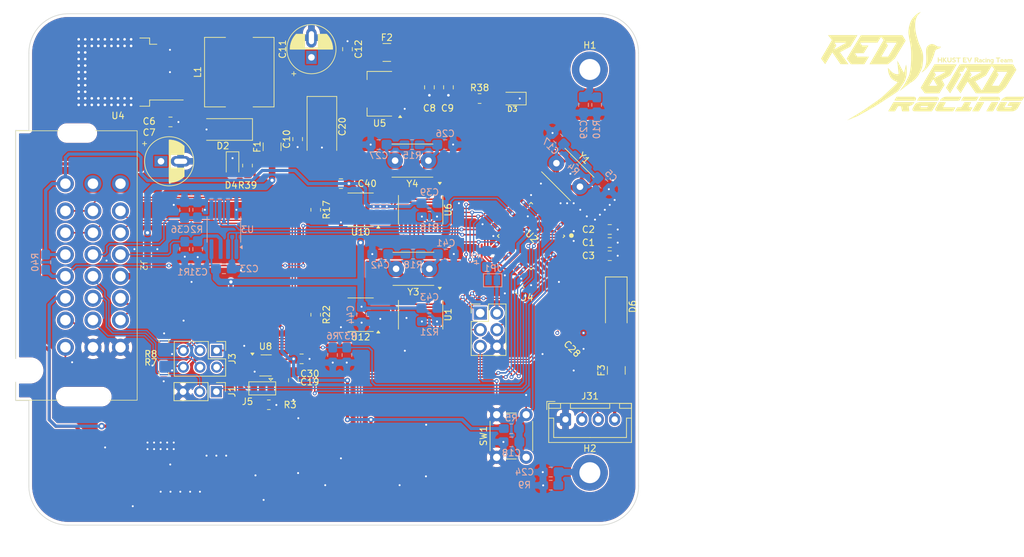
<source format=kicad_pcb>
(kicad_pcb (version 20241229) (generator "pcbnew") (generator_version "9.0")
  (layers (0 "F.Cu" signal) (2 "B.Cu" signal) (13 "F.Paste" user) (15 "B.Paste" user) (5 "F.SilkS" user "F.Silkscreen") (7 "B.SilkS" user "B.Silkscreen") (1 "F.Mask" user) (3 "B.Mask" user) (25 "Edge.Cuts" user))
  (net 0 "")
  (net 1 "+3.3V")
  (net 2 "+12V")
  (net 3 "+5V")
  (net 4 "XTAL1")
  (net 5 "PUMP_NTC_50k")
  (net 6 "Net-(U6-OSC2)")
  (net 7 "Net-(U6-OSC1)")
  (net 8 "Net-(C10-Pad2)")
  (net 9 "DS18B20")
  (net 10 "XTAL2")
  (net 11 "RST")
  (net 12 "GND")
  (net 13 "Net-(U4-FB)")
  (net 14 "Net-(D2-K)")
  (net 15 "BRAKE_TEMP_OUT1")
  (net 16 "BRAKE_TEMP_OUT2")
  (net 17 "unconnected-(J2-Pin_23-Pad23)")
  (net 18 "unconnected-(J2-Pin_24-Pad24)")
  (net 19 "POT1_IN")
  (net 20 "POT2_IN")
  (net 21 "FLOW_IN")
  (net 22 "POT1_OUT")
  (net 23 "SCK")
  (net 24 "MISO")
  (net 25 "unconnected-(J2-Pin_22-Pad22)")
  (net 26 "Net-(U6-~{RESET})")
  (net 28 "MOSI")
  (net 29 "CS_CAN2")
  (net 30 "j1")
  (net 31 "j3")
  (net 32 "CS_CAN1")
  (net 33 "j2")
  (net 36 "PUMP_PWM")
  (net 37 "Net-(U1-OSC2)")
  (net 38 "Net-(U1-OSC1)")
  (net 39 "Net-(D3-A)")
  (net 40 "Net-(D4-A)")
  (net 41 "Net-(U1-~{RESET})")
  (net 44 "Net-(U1-RXCAN)")
  (net 47 "Net-(U1-TXCAN)")
  (net 51 "CAN1+")
  (net 52 "CAN1-")
  (net 53 "CAN2-")
  (net 54 "CAN2+")
  (net 55 "I2C+")
  (net 56 "FLOW_OUT")
  (net 60 "328+")
  (net 61 "UD-")
  (net 62 "UD+")
  (net 63 "328-")
  (net 64 "Net-(D6-A)")
  (net 65 "Net-(J31-Pin_4)")
  (net 66 "ENCODER-")
  (net 67 "ENCODER+")
  (net 68 "Net-(J5-Pin_3)")
  (net 69 "POT2_OUT")
  (net 70 "I2C-")
  (net 73 "GND2")
  (net 74 "GND1")
  (net 75 "Net-(JP1-B)")
  (net 84 "Net-(U10-TXD)")
  (net 87 "Net-(U10-RXD)")
  (footprint "RMC_Capacitor:CP_Radial_D6.3mm_P2.50mm_handsolder" (layer "F.Cu") (at 124.55 84.6)
    (property "Reference" "C7")
    (property "Value" "100uF")
  )
  (footprint "RMC_SO:SOIC-8_3.9x4.9mm_P1.27mm_RMC_Handsolder" (layer "F.Cu") (at 155 92 180)
    (property "Reference" "U10")
    (property "Value" "TJA1051T")
  )
  (footprint "RMC_Connnector:HD241_24pin" (layer "F.Cu") (at 118.375 100.495 -90)
    (property "Reference" "J2")
    (property "Value" "Conn_01x24")
  )
  (footprint "to be sorted:Fuse_1210_3225Metric_Pad1.42x2.65mm_HandSolder" (layer "F.Cu") (at 159 68)
    (property "Reference" "F2")
    (property "Value" "Fuse")
  )
  (footprint "Package_SO:TSSOP-20_4.4x6.5mm_P0.65mm" (layer "F.Cu") (at 164.1525 108 -90)
    (property "Reference" "U1")
    (property "Value" "MCP2515-xST")
  )
  (footprint "RMC_Capacitor:C_0805_2012Metric_Pad1.18x1.45mm_HandSolder_L" (layer "F.Cu") (at 193 99 180)
    (property "Reference" "C3")
    (property "Value" "100nF")
  )
  (footprint "RMC_Capacitor:C_0805_2012Metric_Pad1.18x1.45mm_HandSolder_L" (layer "F.Cu") (at 168.4 73.3156 90)
    (property "Reference" "C9")
    (property "Value" "10uF")
  )
  (footprint "RMC_SOT:SOT-223-3_TabPin2_Handsolder" (layer "F.Cu") (at 157.9 74.3 180)
    (property "Reference" "U5")
    (property "Value" "AMS1117-3.3")
  )
  (footprint "MountingHole:MountingHole_3.2mm_M3_ISO14580_Pad" (layer "F.Cu") (at 189.967641 132.0978)
    (property "Reference" "H2")
    (property "Value" "MountingHole_Pad")
  )
  (footprint "Connector_PinHeader_2.54mm:PinHeader_2x03_P2.54mm_Vertical" (layer "F.Cu") (at 173.25 107.75)
    (property "Reference" "J4")
    (property "Value" "AVR-ISP-6")
  )
  (footprint "RMC_LED:LED_0805_2012Metric_Pad1.45x1.40mm_HandSolder" (layer "F.Cu") (at 135.4675 85.25 -90)
    (property "Reference" "D4")
    (property "Value" "LED")
  )
  (footprint "RMC_Capacitor:C_0805_2012Metric_Pad1.18x1.45mm_HandSolder_L" (layer "F.Cu") (at 152 88 180)
    (property "Reference" "C40")
    (property "Value" "100nF")
  )
  (footprint "RMC_Capacitor:C_0805_2012Metric_Pad1.18x1.45mm_HandSolder_L" (layer "F.Cu") (at 144.75 118 90)
    (property "Reference" "C19")
    (property "Value" "optional")
  )
  (footprint "Connector_JST:JST_XH_B4B-XH-A_1x04_P2.50mm_Vertical" (layer "F.Cu") (at 186.25 123.975)
    (property "Reference" "J31")
    (property "Value" "Conn_01x04")
  )
  (footprint "Package_SO:TSSOP-20_4.4x6.5mm_P0.65mm" (layer "F.Cu") (at 164.1525 92 -90)
    (property "Reference" "U6")
    (property "Value" "MCP2515-xST")
  )
  (footprint "Button_Switch_THT:SW_PUSH_6mm_H5mm" (layer "F.Cu") (at 175.75 129.75 90)
    (property "Reference" "SW1")
    (property "Value" "SW_Push")
  )
  (footprint "RMC_Capacitor:C_0805_2012Metric_Pad1.18x1.45mm_HandSolder_L" (layer "F.Cu") (at 146 114.735 180)
    (property "Reference" "C30")
    (property "Value" "100nF")
  )
  (footprint "RMC_Capacitor:C_0805_2012Metric_Pad1.18x1.45mm_HandSolder_L" (layer "F.Cu") (at 153 67.5 -90)
    (property "Reference" "C12")
    (property "Value" "100nF")
  )
  (footprint "RMC_LED:LED_0805_2012Metric_Pad1.45x1.40mm_HandSolder" (layer "F.Cu") (at 178.1525 75.0325 180)
    (property "Reference" "D3")
    (property "Value" "LED")
  )
  (footprint "RMC_Resistor:R_0805_2012Metric_Pad1.20x1.40mm_HandSolder_L" (layer "F.Cu") (at 125 117 90)
    (property "Reference" "R7")
    (property "Value" "1M")
  )
  (footprint "RMC_Capacitor:C_0805_2012Metric_Pad1.18x1.45mm_HandSolder_L" (layer "F.Cu") (at 126 78.6 180)
    (property "Reference" "C6")
    (property "Value" "100nF")
  )
  (footprint "RMC_Crystal:Crystal_HC49-U_Vertical_W_SMD" (layer "F.Cu") (at 165.493282 101 180)
    (property "Reference" "Y3")
    (property "Value" "20MHz")
  )
  (footprint "RMC_Crystal:Crystal_HC49-U_Vertical_W_SMD" (layer "F.Cu") (at 165.343282 84.5 180)
    (property "Reference" "Y4")
    (property "Value" "20MHz")
  )
  (footprint "RMC_Resistor:R_0805_2012Metric_Pad1.20x1.40mm_HandSolder_L" (layer "F.Cu") (at 137.75 85.25 -90)
    (property "Reference" "R39")
    (property "Value" "120R")
  )
  (footprint "Jumper:SolderJumper-3_P1.3mm_Open_Pad1.0x1.5mm" (layer "F.Cu") (at 140 119.235 180)
    (property "Reference" "J5")
    (property "Value" "Conn_01x03")
  )
  (footprint "RMC_Crystal:Crystal_HC49-U_Vertical_W_SMD" (layer "F.Cu") (at 184.867589 84.890266 -45)
    (property "Reference" "Y1")
    (property "Value" "16MHz")
  )
  (footprint "to be sorted:Fuse_1210_3225Metric_Pad1.42x2.65mm_HandSolder" (layer "F.Cu") (at 141.5 82.3875 90)
    (property "Reference" "F1")
    (property "Value" "Fuse")
  )
  (footprint "RMC_Capacitor:C_0805_2012Metric_Pad1.18x1.45mm_HandSolder_L" (layer "F.Cu") (at 145.4 81.2156 90)
    (property "Reference" "C10")
    (property "Value" "100nF")
  )
  (footprint "RMC_SO:SOIC-8_3.9x4.9mm_P1.27mm_RMC_Handsolder" (layer "F.Cu") (at 155 108 180)
    (property "Reference" "U12")
    (property "Value" "TJA1051T")
  )
  (footprint "Connector_PinHeader_2.54mm:PinHeader_1x03_P2.54mm_Vertical" (layer "F.Cu") (at 133 119.735 -90)
    (property "Reference" "J1")
    (property "Value" "Conn_01x03")
  )
  (footprint "RMC_Capacitor:C_0805_2012Metric_Pad1.18x1.45mm_HandSolder_L" (layer "F.Cu") (at 193 95 180)
    (property "Reference" "C2")
    (property "Value" "10uF")
  )
  (footprint "Diode_SMD:D_SMA_Handsoldering" (layer "F.Cu") (at 194 106.75 -90)
    (property "Reference" "D6")
    (property "Value" "SMA Diode")
  )
  (footprint "RMC_Capacitor:C_0805_2012Metric_Pad1.18x1.45mm_HandSolder_L" (layer "F.Cu") (at 165.5 73.3156 90)
    (property "Reference" "C8")
    (property "Value" "100nF")
  )
  (footprint "RMC_QFP:TQFP-32_7x7mm_P0.8mm_L" (layer "F.Cu") (at 181 96 -135)
    (property "Reference" "U2")
    (property "Value" "ATmega328P-A")
  )
  (footprint "RMC_Resistor:R_0805_2012Metric_Pad1.20x1.40mm_HandSolder_L" (layer "F.Cu") (at 141 121.735 180)
    (property "Reference" "R3")
    (property "Value" "1M")
  )
  (footprint "RMC_Resistor:R_0805_2012Metric_Pad1.20x1.40mm_HandSolder_L" (layer "F.Cu") (at 173.1525 75.0325)
    (property "Reference" "R38")
    (property "Value" "330R")
  )
  (footprint "RMC_Resistor:R_0805_2012Metric_Pad1.20x1.40mm_HandSolder_L" (layer "F.Cu") (at 148.1525 92 -90)
    (property "Reference" "R17")
    (property "Value" "120R")
  )
  (footprint "MountingHole:MountingHole_3.2mm_M3_ISO14580_Pad" (layer "F.Cu") (at 189.967641 70.5978)
    (property "Reference" "H1")
    (property "Value" "MountingHole_Pad")
  )
  (footprint "RMC_Resistor:R_0805_2012Metric_Pad1.20x1.40mm_HandSolder_L" (layer "F.Cu") (at 125 112 -90)
    (property "Reference" "R8")
    (property "Value" "1M")
  )
  (footprint "RMC_TO:TO-263-5_TabPin3_Handsolder" (layer "F.Cu") (at 118 71 180)
    (property "Reference" "U4")
    (property "Value" "LM2576S-5")
  )
  (footprint "to be sorted:Fuse_1210_3225Metric_Pad1.42x2.65mm_HandSolder" (layer "F.Cu") (at 194 116.5 90)
    (property "Reference" "F3")
    (property "Value" "Fuse")
  )
  (footprint "RBR_logo:RBR_logo" (layer "F.Cu") (at 241 70)
    (property "Reference" "G***" (hide yes))
    (property "Value" "LOGO" (hide yes))
  )
  (footprint "RMC_Capacitor:C_0805_2012Metric_Pad1.18x1.45mm_HandSolder_L" (layer "F.Cu") (at 179.25 104.25 135)
    (property "Reference" "C28")
    (property "Value" "100nF")
  )
  (footprint "RMC_SOT:SOT-23-5_HandSoldering_Extended_RMC" (layer "F.Cu") (at 140.5 115.735)
    (property "Reference" "U8")
    (property "Value" "74LVC1G17")
  )
  (footprint "RMC_Resistor:R_0805_2012Metric_Pad1.20x1.40mm_HandSolder_L" (layer "F.Cu") (at 148.1525 108 -90)
    (property "Reference" "R22")
    (property "Value" "120R")
  )
  (footprint "Diode_SMD:D_SMA_Handsoldering" (layer "F.Cu") (at 134 79.75 180)
    (property "Reference" "D2")
    (property "Value" "SMA Diode")
  )
  (footprint "Connector_PinHeader_2.54mm:PinHeader_2x03_P2.54mm_Vertical" (layer "F.Cu") (at 133.04 113.46 -90)
    (property "Reference" "J3")
    (property "Value" "Conn_02x03_Odd_Even")
  )
  (footprint "Capacitor_Tantalum_SMD:CP_EIA-7343-30_AVX-N_HandSolder" (layer "F.Cu") (at 149.1 79.3 -90)
    (property "Reference" "C20")
    (property "Value" "22uF")
  )
  (footprint "RMC_Capacitor:C_0805_2012Metric_Pad1.18x1.45mm_HandSolder_L" (layer "F.Cu") (at 193 97 180)
    (property "Reference" "C1")
    (property "Value" "100nF")
  )
  (footprint "RMC_Inductor:L_10.4x10.4_H4.8" (layer "F.Cu") (at 136.5 71 90)
    (property "Reference" "L1")
    (property "Value" "330uH")
  )
  (footprint "RMC_Capacitor:CP_Radial_D6.3mm_P2.50mm_handsolder" (layer "F.Cu") (at 147.5 68.75 90)
    (property "Reference" "C11")
    (property "Value" "330uF")
  )
  (footprint "RMC_Capacitor:C_0805_2012Metric_Pad1.18x1.45mm_HandSolder_L" (layer "B.Cu") (at 168 98.748948 180)
    (property "Reference" "C41")
    (property "Value" "22pF")
  )
  (footprint "RMC_SO:SOIC-8_3.9x4.9mm_P1.27mm_RMC_Handsolder" (layer "B.Cu") (at 134.15 95 90)
    (property "Reference" "U3")
    (property "Value" "LM2904")
  )
  (footprint "RMC_Capacitor:C_0805_2012Metric_Pad1.18x1.45mm_HandSolder_L" (layer "B.Cu") (at 174.25 99.5 -90)
    (property "Reference" "C4")
    (property "Value" "100nF")
  )
  (footprint "RMC_Resistor:R_0805_2012Metric_Pad1.20x1.40mm_HandSolder_L" (layer "B.Cu") (at 107 100 -90)
    (property "Reference" "R40")
    (property "Value" "4k7")
  )
  (footprint "RMC_Capacitor:C_0805_2012Metric_Pad1.18x1.45mm_HandSolder_L" (layer "B.Cu") (at 167.9 82.05 180)
    (property "Reference" "C26")
    (property "Value" "22pF")
  )
  (footprint "RMC_Capacitor:C_0805_2012Metric_Pad1.18x1.45mm_HandSolder_L" (layer "B.Cu") (at 165.5 91 180)
    (property "Reference" "C39")
    (property "Value" "100nF")
  )
  (footprint "RMC_Capacitor:C_0805_2012Metric_Pad1.18x1.45mm_HandSolder_L" (layer "B.Cu") (at 185.140441 81.140441 -45)
    (property "Reference" "C17")
    (property "Value" "22pF")
  )
  (footprint "RMC_Capacitor:C_0805_2012Metric_Pad1.18x1.45mm_HandSolder_L" (layer "B.Cu") (at 155.1525 108 -90)
    (property "Reference" "C44")
    (property "Value" "100nF")
  )
  (footprint "RMC_Resistor:R_0805_2012Metric_Pad1.20x1.40mm_HandSolder_L" (layer "B.Cu") (at 162.85 82.051052)
    (property "Reference" "R15")
    (property "Value" "10M")
  )
  (footprint "RMC_Capacitor:C_0805_2012Metric_Pad1.18x1.45mm_HandSolder_L" (layer "B.Cu") (at 130.15 98 90)
    (property "Reference" "C31")
    (property "Value" "100nF")
  )
  (footprint "RMC_Capacitor:C_0805_2012Metric_Pad1.18x1.45mm_HandSolder_L" (layer "B.Cu") (at 192 88 135)
    (property "Reference" "C5")
    (property "Value" "22pF")
  )
  (footprint "RMC_Capacitor:C_0805_2012Metric_Pad1.18x1.45mm_HandSolder_L" (layer "B.Cu") (at 158 98.748948)
    (property "Reference" "C42")
    (property "Value" "22pF")
  )
  (footprint "RMC_Resistor:R_0805_2012Metric_Pad1.20x1.40mm_HandSolder_L" (layer "B.Cu") (at 165.5 93)
    (property "Reference" "R16")
    (property "Value" "10k")
  )
  (footprint "RMC_Capacitor:C_0805_2012Metric_Pad1.18x1.45mm_HandSolder_L" (layer "B.Cu") (at 128.15 92 -90)
    (property "Reference" "C36")
    (property "Value" "100nF")
  )
  (footprint "RMC_Capacitor:C_0805_2012Metric_Pad1.18x1.45mm_HandSolder_L" (layer "B.Cu") (at 157.75 82.05)
    (property "Reference" "C27")
    (property "Value" "22pF")
  )
  (footprint "RMC_Resistor:R_0805_2012Metric_Pad1.20x1.40mm_HandSolder_L" (layer "B.Cu") (at 150.7175 114.1525 90)
    (property "Reference" "R6")
    (property "Value" "1M")
  )
  (footprint "RMC_Resistor:R_0805_2012Metric_Pad1.20x1.40mm_HandSolder_L" (layer "B.Cu") (at 188.6 84.622677 -45)
    (property "Reference" "R4")
    (property "Value" "10M")
  )
  (footprint "RMC_Capacitor:C_0805_2012Metric_Pad1.18x1.45mm_HandSolder_L" (layer "B.Cu") (at 165.5 107 180)
    (property "Reference" "C43")
    (property "Value" "100nF")
  )
  (footprint "RMC_Resistor:R_0805_2012Metric_Pad1.20x1.40mm_HandSolder_L" (layer "B.Cu") (at 165.5 109)
    (property "Reference" "R21")
    (property "Value" "10k")
  )
  (footprint "RMC_Resistor:R_0805_2012Metric_Pad1.20x1.40mm_HandSolder_L" (layer "B.Cu") (at 184 134)
    (property "Reference" "R9")
    (property "Value" "1M")
  )
  (footprint "RMC_Resistor:R_0805_2012Metric_Pad1.20x1.40mm_HandSolder_L" (layer "B.Cu") (at 191 76 90)
    (property "Reference" "R10")
    (property "Value" "1M")
  )
  (footprint "Jumper:SolderJumper-2_P1.3mm_Open_Pad1.0x1.5mm" (layer "B.Cu") (at 175.15 102.75 180)
    (property "Reference" "JP1")
    (property "Value" "Jumper_2_Open")
  )
  (footprint "RMC_Capacitor:C_0805_2012Metric_Pad1.18x1.45mm_HandSolder_L" (layer "B.Cu") (at 189 76 90)
    (property "Reference" "C29")
    (property "Value" "100nF")
  )
  (footprint "RMC_Capacitor:C_0805_2012Metric_Pad1.18x1.45mm_HandSolder_L" (layer "B.Cu") (at 184 132)
    (property "Reference" "C24")
    (property "Value" "100nF")
  )
  (footprint "RMC_Resistor:R_0805_2012Metric_Pad1.20x1.40mm_HandSolder_L" (layer "B.Cu") (at 152.9175 114.1525 -90)
    (property "Reference" "R37")
    (property "Value" "50k")
  )
  (footprint "RMC_Capacitor:C_0805_2012Metric_Pad1.18x1.45mm_HandSolder_L" (layer "B.Cu") (at 178 127.4)
    (property "Reference" "C18")
    (property "Value" "10uF")
  )
  (footprint "RMC_Capacitor:C_0805_2012Metric_Pad1.18x1.45mm_HandSolder_L" (layer "B.Cu") (at 134.15 101 180)
    (property "Reference" "C23")
    (property "Value" "100nF")
  )
  (footprint "RMC_Resistor:R_0805_2012Metric_Pad1.20x1.40mm_HandSolder_L" (layer "B.Cu") (at 178 125.4 180)
    (property "Reference" "R5")
    (property "Value" "4.7k")
  )
  (footprint "RMC_Resistor:R_0805_2012Metric_Pad1.20x1.40mm_HandSolder_L" (layer "B.Cu") (at 163 98.75)
    (property "Reference" "R18")
    (property "Value" "10M")
  )
  (footprint "RMC_Resistor:R_0805_2012Metric_Pad1.20x1.40mm_HandSolder_L" (layer "B.Cu") (at 128.15 98 90)
    (property "Reference" "R1")
    (property "Value" "1M")
  )
  (footprint "RMC_Resistor:R_0805_2012Metric_Pad1.20x1.40mm_HandSolder_L" (layer "B.Cu") (at 130.15 92 -90)
    (property "Reference" "R2")
    (property "Value" "1M")
  )
  (gr_line (start 102.4 115.3478) (end 102.4 79.8478) (stroke (width 0.1)) (layer "Edge.Cuts"))
  (gr_line (start 110.4 140.0978) (end 191.4 140.0978) (stroke (width 0.1)) (layer "Edge.Cuts"))
  (gr_line (start 102.4 79.8478) (end 104.4 79.8478) (stroke (width 0.05)) (layer "Edge.Cuts"))
  (gr_line (start 104.4 68.0978) (end 104.4 79.8478) (stroke (width 0.1)) (layer "Edge.Cuts"))
  (gr_arc (start 104.4 68.0978) (mid 106.157359 63.855159) (end 110.4 62.0978) (stroke (width 0.1)) (layer "Edge.Cuts"))
  (gr_arc (start 197.407359 134.0978) (mid 195.649997 138.340426) (end 191.407359 140.0978) (stroke (width 0.1)) (layer "Edge.Cuts"))
  (gr_arc (start 110.4 140.0978) (mid 106.157359 138.340441) (end 104.4 134.0978) (stroke (width 0.1)) (layer "Edge.Cuts"))
  (gr_line (start 102.4 121.0978) (end 104.4 121.0978) (stroke (width 0.1)) (layer "Edge.Cuts"))
  (gr_line (start 197.4 134.0978) (end 197.3926 68.0978) (stroke (width 0.1)) (layer "Edge.Cuts"))
  (gr_line (start 102.4 115.3478) (end 102.4 121.0978) (stroke (width 0.1)) (layer "Edge.Cuts"))
  (gr_arc (start 191.392641 62.0978) (mid 195.635282 63.855159) (end 197.392641 68.0978) (stroke (width 0.1)) (layer "Edge.Cuts"))
  (gr_line (start 104.4 134.0978) (end 104.4 121.0978) (stroke (width 0.1)) (layer "Edge.Cuts"))
  (gr_line (start 191.39262 62.0978) (end 110.4 62.0978) (stroke (width 0.1)) (layer "Edge.Cuts"))
  (segment (start 185.095 110.6894) (end 185 110.7844) (width 0.25) (layer "F.Cu") (net 0))
  (segment (start 150.309317 127.365) (end 148.521817 129.1525) (width 0.5) (layer "F.Cu") (net 0))
  (segment (start 129.065 131.05) (end 129.065 126.085) (width 0.5) (layer "F.Cu") (net 0))
  (segment (start 160.45 128.635) (end 161.9675 130.1525) (width 0.5) (layer "F.Cu") (net 0))
  (segment (start 126.9 125) (end 127.9 126) (width 0.5) (layer "F.Cu") (net 0))
  (segment (start 152 127.365) (end 150.309317 127.365) (width 0.5) (layer "F.Cu") (net 0))
  (segment (start 158 128.635) (end 160.45 128.635) (width 0.5) (layer "F.Cu") (net 0))
  (segment (start 126.17 132.95) (end 125.9675 133.1525) (width 0.5) (layer "F.Cu") (net 0))
  (segment (start 125.9675 133.1525) (end 124.0325 133.1525) (width 0.5) (layer "F.Cu") (net 0))
  (segment (start 185.095 110.5) (end 185.095 110.6894) (width 0.25) (layer "F.Cu") (net 0))
  (segment (start 129.065 126.085) (end 129.15 126) (width 0.5) (layer "F.Cu") (net 0))
  (segment (start 161.9675 130.1525) (end 164.7725 130.1525) (width 0.5) (layer "F.Cu") (net 0))
  (segment (start 124.5 125) (end 126.9 125) (width 0.5) (layer "F.Cu") (net 0))
  (segment (start 129.065 132.95) (end 126.17 132.95) (width 0.5) (layer "F.Cu") (net 0))
  (segment (start 148.521817 129.1525) (end 146.1625 129.1525) (width 0.5) (layer "F.Cu") (net 0))
  (segment (start 164.7725 130.1525) (end 164.9675 130.3475) (width 0.5) (layer "F.Cu") (net 0))
  (segment (start 146.1625 129.1525) (end 145.4675 129.8475) (width 0.5) (layer "F.Cu") (net 0))
  (segment (start 127.9 126) (end 129.15 126) (width 0.5) (layer "F.Cu") (net 0))
  (via (at 185 110.7844) (size 0.6) (drill 0.3) (layers "F.Cu" "B.Cu") (net 0))
  (segment (start 141.3225 84.0975) (end 141.5 84.275) (width 1) (layer "F.Cu") (net 1))
  (segment (start 126.7844 103.8794) (end 126.7844 102.9931) (width 0.25) (layer "F.Cu") (net 1))
  (segment (start 125.88875 102.9931) (end 125.03065 102.135) (width 1) (layer "F.Cu") (net 1))
  (segment (start 126.7844 102.9931) (end 125.88875 102.9931) (width 1) (layer "F.Cu") (net 1))
  (segment (start 118.375 102.135) (end 122.5 102.135) (width 1) (layer "F.Cu") (net 1))
  (segment (start 128 105.095) (end 126.7844 103.8794) (width 0.25) (layer "F.Cu") (net 1))
  (segment (start 122.5 95.5) (end 122.5 102.135) (width 1) (layer "F.Cu") (net 1))
  (segment (start 141.5 84.275) (end 141.5 87.5) (width 1) (layer "F.Cu") (net 1))
  (segment (start 137.7825 84.0975) (end 141.3225 84.0975) (width 1) (layer "F.Cu") (net 1))
  (segment (start 122.5 102.135) (end 125.03065 102.135) (width 1) (layer "F.Cu") (net 1))
  (via (at 141.5 87.5) (size 1) (drill 0.5) (layers "F.Cu" "B.Cu") (net 1))
  (via (at 122.5 95.5) (size 1) (drill 0.5) (layers "F.Cu" "B.Cu") (net 1))
  (segment (start 140.5 88.5) (end 123.5 88.5) (width 1) (layer "B.Cu") (net 1))
  (segment (start 122.5 89.5) (end 122.5 95.5) (width 1) (layer "B.Cu") (net 1))
  (segment (start 141.5 87.5) (end 140.5 88.5) (width 1) (layer "B.Cu") (net 1))
  (segment (start 123.5 88.5) (end 122.5 89.5) (width 1) (layer "B.Cu") (net 1))
  (segment (start 132.635 132) (end 136.7775 132) (width 0.5) (layer "F.Cu") (net 2))
  (segment (start 106 112) (end 107.5 113.5) (width 0.5) (layer "F.Cu") (net 2))
  (segment (start 132.635 132.95) (end 136.7844 132.95) (width 0.25) (layer "F.Cu") (net 2))
  (segment (start 122.496 134.75) (end 123.996 136.25) (width 0.5) (layer "F.Cu") (net 2))
  (segment (start 108.5 125) (end 111.5 125) (width 0.5) (layer "F.Cu") (net 2))
  (segment (start 123.996 136.25) (end 133.7925 136.25) (width 0.5) (layer "F.Cu") (net 2))
  (segment (start 112.5 126) (end 112.5 133.75) (width 0.5) (layer "F.Cu") (net 2))
  (segment (start 107.5 124) (end 108.5 125) (width 0.5) (layer "F.Cu") (net 2))
  (segment (start 113.5 134.75) (end 122.496 134.75) (width 0.5) (layer "F.Cu") (net 2))
  (segment (start 136.7775 132) (end 136.7844 131.9931) (width 0.5) (layer "F.Cu") (net 2))
  (segment (start 107 85) (end 106 86) (width 0.5) (layer "F.Cu") (net 2))
  (segment (start 114.175 88.02) (end 114.175 85.675) (width 0.5) (layer "F.Cu") (net 2))
  (segment (start 114.175 85.675) (end 113.5 85) (width 0.5) (layer "F.Cu") (net 2))
  (segment (start 106 86) (end 106 112) (width 0.5) (layer "F.Cu") (net 2))
  (segment (start 107.5 113.5) (end 107.5 124) (width 0.5) (layer "F.Cu") (net 2))
  (segment (start 111.5 125) (end 112.5 126) (width 0.5) (layer "F.Cu") (net 2))
  (segment (start 113.5 85) (end 107 85) (width 0.5) (layer "F.Cu") (net 2))
  (segment (start 112.5 133.75) (end 113.5 134.75) (width 0.5) (layer "F.Cu") (net 2))
  (segment (start 156.5844 123.9931) (end 156.5844 124) (width 0.5) (layer "F.Cu") (net 3))
  (segment (start 158 78) (end 157 79) (width 1) (layer "F.Cu") (net 3))
  (segment (start 158.0125 107.5) (end 155.8612 107.5) (width 0.5) (layer "F.Cu") (net 3))
  (segment (start 167.7 68) (end 168.4 68.7) (width 1) (layer "F.Cu") (net 3))
  (segment (start 177.085786 97.085786) (end 179.171573 95) (width 0.5) (layer "F.Cu") (net 3))
  (segment (start 191.7844 94.2156) (end 195 91) (width 1) (layer "F.Cu") (net 3))
  (segment (start 184.429468 93.136218) (end 183.642593 93.923093) (width 0.5) (layer "F.Cu") (net 3))
  (segment (start 190.5 97) (end 191.7844 97) (width 0.5) (layer "F.Cu") (net 3))
  (segment (start 188.905 110.5) (end 188.905 110.6894) (width 0.25) (layer "F.Cu") (net 3))
  (segment (start 153.2156 79.7844) (end 153.2156 88.0069) (width 1) (layer "F.Cu") (net 3))
  (segment (start 182.511221 93.269995) (end 182.511221 92.791723) (width 0.5) (layer "F.Cu") (net 3))
  (segment (start 157 79) (end 154 79) (width 1) (layer "F.Cu") (net 3))
  (segment (start 161.725 72.025) (end 165.425 72.025) (width 1) (layer "F.Cu") (net 3))
  (segment (start 171.1 72.1) (end 168.4 72.1) (width 1) (layer "F.Cu") (net 3))
  (segment (start 168.4 68.7) (end 168.4 72.1) (width 1) (layer "F.Cu") (net 3))
  (segment (start 160.8875 68) (end 160.8875 69.1125) (width 1) (layer "F.Cu") (net 3))
  (segment (start 158 71) (end 158 78) (width 1) (layer "F.Cu") (net 3))
  (segment (start 167.0775 110.8625) (end 167.0775 109.4575) (width 0.25) (layer "F.Cu") (net 3))
  (segment (start 184.429468 93.136218) (end 185.565686 92) (width 0.5) (layer "F.Cu") (net 3))
  (segment (start 142.16 114.785) (end 144.7344 114.785) (width 0.25) (layer "F.Cu") (net 3))
  (segment (start 160.8875 69.1125) (end 160 70) (width 1) (layer "F.Cu") (net 3))
  (segment (start 182.511221 92.791723) (end 183.298097 92.004847) (width 0.5) (layer "F.Cu") (net 3))
  (segment (start 168.4 72.1) (end 165.5 72.1) (width 1) (layer "F.Cu") (net 3))
  (segment (start 172 78) (end 172 73) (width 1) (layer "F.Cu") (net 3))
  (segment (start 195 80) (end 194 79) (width 1) (layer "F.Cu") (net 3))
  (segment (start 195 91) (end 195 80) (width 1) (layer "F.Cu") (net 3))
  (segment (start 155.8612 107.5) (end 155.1456 106.7844) (width 0.5) (layer "F.Cu") (net 3))
  (segment (start 156.5844 125.5844) (end 157.095 126.095) (width 0.5) (layer "F.Cu") (net 3))
  (segment (start 167.0775 109.4575) (end 166.6525 109.0325) (width 0.25) (layer "F.Cu") (net 3))
  (segment (start 155 89.7913) (end 153.2156 88.0069) (width 1) (layer "F.Cu") (net 3))
  (segment (start 135.2156 103) (end 135.2156 103.8794) (width 0.5) (layer "F.Cu") (net 3))
  (segment (start 191.7844 97) (end 191.7844 99) (width 0.5) (layer "F.Cu") (net 3))
  (segment (start 172 73) (end 171.1 72.1) (width 1) (layer "F.Cu") (net 3))
  (segment (start 154 79) (end 153.2156 79.7844) (width 1) (layer "F.Cu") (net 3))
  (segment (start 131.905 105.095) (end 131.5 105.5) (width 0.5) (layer "F.Cu") (net 3))
  (segment (start 160.8875 68) (end 167.7 68) (width 1) (layer "F.Cu") (net 3))
  (segment (start 185.565686 92) (end 187 92) (width 0.5) (layer "F.Cu") (net 3))
  (segment (start 183.642593 93.923093) (end 183.164319 93.923093) (width 0.5) (layer "F.Cu") (net 3))
  (segment (start 157.095 126.095) (end 158 126.095) (width 0.5) (layer "F.Cu") (net 3))
  (segment (start 165.425 72.025) (end 165.5 72.1) (width 1) (layer "F.Cu") (net 3))
  (segment (start 153 118) (end 153 124) (width 0.5) (layer "F.Cu") (net 3))
  (segment (start 165.777499 93.907501) (end 166.6525 93.0325) (width 0.2) (layer "F.Cu") (net 3))
  (segment (start 141.905 108.905) (end 134 108.905) (width 0.5) (layer "F.Cu") (net 3))
  (segment (start 160 70) (end 159 70) (width 1) (layer "F.Cu") (net 3))
  (segment (start 144.7344 114.785) (end 144.7844 114.735) (width 0.25) (layer "F.Cu") (net 3))
  (segment (start 188.905 110.6894) (end 189 110.7844) (width 0.25) (layer "F.Cu") (net 3))
  (segment (start 135.2156 103.8794) (end 134 105.095) (width 0.5) (layer "F.Cu") (net 3))
  (segment (start 191.7844 95) (end 191.7844 94.2156) (width 1) (layer "F.Cu") (net 3))
  (segment (start 176.439161 97.732412) (end 177.085786 97.085786) (width 0.5) (layer "F.Cu") (net 3))
  (segment (start 165.777499 94.9125) (end 165.777499 93.907501) (width 0.2) (layer "F.Cu") (net 3))
  (segment (start 155 97) (end 155 89.7913) (width 1) (layer "F.Cu") (net 3))
  (segment (start 194 79) (end 173 79) (width 1) (layer "F.Cu") (net 3))
  (segment (start 173 79) (end 172 78) (width 1) (layer "F.Cu") (net 3))
  (segment (start 131.905 108.905) (end 134 108.905) (width 0.5) (layer "F.Cu") (net 3))
  (segment (start 180.302944 95) (end 183.298097 92.004847) (width 0.5) (layer "F.Cu") (net 3))
  (segment (start 190 96.5) (end 190.5 97) (width 0.5) (layer "F.Cu") (net 3))
  (segment (start 159 70) (end 158 71) (width 1) (layer "F.Cu") (net 3))
  (segment (start 187 92) (end 190 95) (width 0.5) (layer "F.Cu") (net 3))
  (segment (start 190 95) (end 190 96.5) (width 0.5) (layer "F.Cu") (net 3))
  (segment (start 191.7844 95) (end 191.7844 97) (width 0.5) (layer "F.Cu") (net 3))
  (segment (start 131.5 105.5) (end 131.5 108.5) (width 0.5) (layer "F.Cu") (net 3))
  (segment (start 143 110) (end 141.905 108.905) (width 0.5) (layer "F.Cu") (net 3))
  (segment (start 134 105.095) (end 131.905 105.095) (width 0.5) (layer "F.Cu") (net 3))
  (segment (start 131.5 108.5) (end 131.905 108.905) (width 0.5) (layer "F.Cu") (net 3))
  (segment (start 183.164319 93.923093) (end 182.511221 93.269995) (width 0.5) (layer "F.Cu") (net 3))
  (segment (start 156.5844 124) (end 156.5844 125.5844) (width 0.5) (layer "F.Cu") (net 3))
  (segment (start 179.171573 95) (end 180.302944 95) (width 0.5) (layer "F.Cu") (net 3))
  (via (at 144.7844 114.735) (size 0.8) (drill 0.4) (layers "F.Cu" "B.Cu") (net 3))
  (via (at 189 110.7844) (size 0.6) (drill 0.3) (layers "F.Cu" "B.Cu") (net 3))
  (via (at 156.5844 124) (size 0.8) (drill 0.4) (layers "F.Cu" "B.Cu") (net 3))
  (via (at 157 91.5) (size 0.6) (drill 0.3) (layers "F.Cu" "B.Cu") (net 3))
  (via (at 166.6525 109.0325) (size 0.6) (drill 0.3) (layers "F.Cu" "B.Cu") (net 3))
  (via (at 153 124) (size 0.8) (drill 0.4) (layers "F.Cu" "B.Cu") (net 3))
  (via (at 143 110) (size 0.6) (drill 0.3) (layers "F.Cu" "B.Cu") (net 3))
  (via (at 159 91.5) (size 0.6) (drill 0.3) (layers "F.Cu" "B.Cu") (net 3))
  (via (at 155 97) (size 1) (drill 0.5) (layers "F.Cu" "B.Cu") (net 3))
  (via (at 180.302944 95) (size 0.6) (drill 0.3) (layers "F.Cu" "B.Cu") (net 3))
  (via (at 158 91.5) (size 0.6) (drill 0.3) (layers "F.Cu" "B.Cu") (net 3))
  (via (at 135.2156 103) (size 1) (drill 0.5) (layers "F.Cu" "B.Cu") (net 3))
  (via (at 155.1456 106.7844) (size 0.6) (drill 0.3) (layers "F.Cu" "B.Cu") (net 3))
  (via (at 166.6525 93.0325) (size 0.6) (drill 0.3) (layers "F.Cu" "B.Cu") (net 3))
  (via (at 153.2156 88.0069) (size 0.8) (drill 0.4) (layers "F.Cu" "B.Cu") (net 3))
  (via (at 153 118) (size 0.8) (drill 0.4) (layers "F.Cu" "B.Cu") (net 3))
  (segment (start 180.302944 95.912656) (end 180.302944 95) (width 0.5) (layer "B.Cu") (net 3))
  (segment (start 132.245 100.3106) (end 132.9344 101) (width 0.25) (layer "B.Cu") (net 3))
  (segment (start 155 106.6388) (end 155.1456 106.7844) (width 1) (layer "B.Cu") (net 3))
  (segment (start 175.79 101.71) (end 179 98.5) (width 0.5) (layer "B.Cu") (net 3))
  (segment (start 122.5 87.5) (end 138.5 87.5) (width 0.5) (layer "B.Cu") (net 3))
  (segment (start 133.5 103) (end 135.2156 103) (width 1) (layer "B.Cu") (net 3))
  (segment (start 109.975 84.025) (end 110.5 83.5) (width 0.5) (layer "B.Cu") (net 3))
  (segment (start 135.2156 103) (end 155 103) (width 1) (layer "B.Cu") (net 3))
  (segment (start 153 124) (end 156.5775 124) (width 0.5) (layer "B.Cu") (net 3))
  (segment (start 109.975 98.83) (end 106.985 98.83) (width 0.5) (layer "B.Cu") (net 3))
  (segment (start 153.2156 88.0069) (end 155.0069 88.0069) (width 0.5) (layer "B.Cu") (net 3))
  (segment (start 144.7844 117.2844) (end 145.5 118) (width 0.5) (layer "B.Cu") (net 3))
  (segment (start 155.75 91) (end 156.25 91.5) (width 0.5) (layer "B.Cu") (net 3))
  (segment (start 140 86) (end 145 86) (width 0.5) (layer "B.Cu") (net 3))
  (segment (start 132.9344 101) (end 132.9344 102.4344) (width 1) (layer "B.Cu") (net 3))
  (segment (start 157 91.5) (end 158 91.5) (width 0.5) (layer "B.Cu") (net 3))
  (segment (start 155.0069 88.0069) (end 155.75 88.75) (width 0.5) (layer "B.Cu") (net 3))
  (segment (start 155.75 88.75) (end 155.75 91) (width 0.5) (layer "B.Cu") (net 3))
  (segment (start 158 91.5) (end 159 91.5) (width 0.5) (layer "B.Cu") (net 3))
  (segment (start 132.245 98) (end 132.245 100.3106) (width 0.25) (layer "B.Cu") (net 3))
  (segment (start 145.5 118) (end 153 118) (width 0.5) (layer "B.Cu") (net 3))
  (segment (start 144.7844 114.735) (end 144.7844 117.2844) (width 0.5) (layer "B.Cu") (net 3))
  (segment (start 159 91.5) (end 162.5 91.5) (width 0.5) (layer "B.Cu") (net 3))
  (segment (start 155 103) (end 155 97) (width 1) (layer "B.Cu") (net 3))
  (segment (start 179 97.2156) (end 180.302944 95.912656) (width 0.5) (layer "B.Cu") (net 3))
  (segment (start 156.5775 124) (end 156.5844 123.9931) (width 0.5) (layer "B.Cu") (net 3))
  (segment (start 106.985 98.83) (end 106.9675 98.8475) (width 0.5) (layer "B.Cu") (net 3))
  (segment (start 106.9675 98.8475) (end 106.9675 89.0325) (width 0.5) (layer "B.Cu") (net 3))
  (segment (start 121.5 84) (end 121.5 86.5) (width 0.5) (layer "B.Cu") (net 3))
  (segment (start 107.98 88.02) (end 109.975 88.02) (width 0.5) (layer "B.Cu") (net 3))
  (segment (start 176.8475 125.3675) (end 171.8675 125.3675) (width 0.5) (layer "B.Cu") (net 3))
  (segment (start 143 110) (end 143 113.625) (width 0.5) (layer "B.Cu") (net 3))
  (segment (start 171.8675 125.3675) (end 170.5 124) (width 0.5) (layer "B.Cu") (net 3))
  (segment (start 147.0069 88.0069) (end 153.2156 88.0069) (width 0.5) (layer "B.Cu") (net 3))
  (segment (start 121.5 86.5) (end 122.5 87.5) (width 0.5) (layer "B.Cu") (net 3))
  (segment (start 162.5 91.5) (end 163 91) (width 0.5) (layer "B.Cu") (net 3))
  (segment (start 164.2844 107) (end 164.62 107) (width 0.5) (layer "B.Cu") (net 3))
  (segment (start 132.9344 102.4344) (end 133.5 103) (width 1) (layer "B.Cu") (net 3))
  (segment (start 156.25 91.5) (end 157 91.5) (width 0.5) (layer "B.Cu") (net 3))
  (segment (start 164.2844 107) (end 155.3612 107) (width 0.5) (layer "B.Cu") (net 3))
  (segment (start 156.5844 124) (end 170.5 124) (width 0.5) (layer "B.Cu") (net 3))
  (segment (start 155 103) (end 155 106.6388) (width 1) (layer "B.Cu") (net 3))
  (segment (start 164.62 91) (end 166.6525 93.0325) (width 0.5) (layer "B.Cu") (net 3))
  (segment (start 163 91) (end 164.2844 91) (width 0.5) (layer "B.Cu") (net 3))
  (segment (start 138.5 87.5) (end 140 86) (width 0.5) (layer "B.Cu") (net 3))
  (segment (start 109.975 88.02) (end 109.975 84.025) (width 0.5) (layer "B.Cu") (net 3))
  (segment (start 106.9675 89.0325) (end 107.98 88.02) (width 0.5) (layer "B.Cu") (net 3))
  (segment (start 144.11 114.735) (end 144.7844 114.735) (width 0.5) (layer "B.Cu") (net 3))
  (segment (start 179 98.5) (end 179 97.2156) (width 0.5) (layer "B.Cu") (net 3))
  (segment (start 145 86) (end 147.0069 88.0069) (width 0.5) (layer "B.Cu") (net 3))
  (segment (start 143 113.625) (end 144.11 114.735) (width 0.5) (layer "B.Cu") (net 3))
  (segment (start 164.2844 91) (end 164.62 91) (width 0.5) (layer "B.Cu") (net 3))
  (segment (start 110.5 83.5) (end 121 83.5) (width 0.5) (layer "B.Cu") (net 3))
  (segment (start 164.62 107) (end 166.6525 109.0325) (width 0.5) (layer "B.Cu") (net 3))
  (segment (start 175.79 107.75) (end 175.79 101.71) (width 0.5) (layer "B.Cu") (net 3))
  (segment (start 155.3612 107) (end 155.1456 106.7844) (width 0.5) (layer "B.Cu") (net 3))
  (segment (start 121 83.5) (end 121.5 84) (width 0.5) (layer "B.Cu") (net 3))
  (segment (start 182.732412 91.439161) (end 185.689205 88.482368) (width 0.5) (layer "F.Cu") (net 4))
  (segment (start 185.689205 88.482368) (end 188.459691 88.482368) (width 0.5) (layer "F.Cu") (net 4))
  (segment (start 188.459691 88.482368) (end 189.798514 88.482368) (width 0.5) (layer "B.Cu") (net 4))
  (segment (start 189.437922 85.460599) (end 189.39196 85.460599) (width 0.5) (layer "B.Cu") (net 4))
  (segment (start 191.140441 87.140441) (end 191.117764 87.140441) (width 0.5) (layer "B.Cu") (net 4))
  (segment (start 189.798514 88.482368) (end 191.140441 87.140441) (width 0.5) (layer "B.Cu") (net 4))
  (segment (start 191.117764 87.140441) (end 189.437922 85.460599) (width 0.5) (layer "B.Cu") (net 4))
  (segment (start 183.394287 102.105713) (end 183.394287 101.222714) (width 0.25) (layer "F.Cu") (net 5))
  (segment (start 141.04 113.46) (end 133.04 113.46) (width 0.25) (layer "F.Cu") (net 5))
  (segment (start 141.5 113) (end 141.04 113.46) (width 0.25) (layer "F.Cu") (net 5))
  (segment (start 183.394287 101.222714) (end 182.732412 100.560839) (width 0.25) (layer "F.Cu") (net 5))
  (segment (start 180.385562 105.114438) (end 183.394287 102.105713) (width 0.25) (layer "F.Cu") (net 5))
  (segment (start 149.25 113) (end 141.5 113) (width 0.25) (layer "F.Cu") (net 5))
  (segment (start 180.10468 105.114438) (end 180.385562 105.114438) (width 0.25) (layer "F.Cu") (net 5))
  (via (at 180.10468 105.114438) (size 0.6) (drill 0.3) (layers "F.Cu" "B.Cu") (net 5))
  (via (at 149.25 113) (size 0.6) (drill 0.3) (layers "F.Cu" "B.Cu") (net 5))
  (segment (start 156.75 118.25) (end 156.75 113.5) (width 0.25) (layer "B.Cu") (net 5))
  (segment (start 179.25 118.75) (end 157.25 118.75) (width 0.25) (layer "B.Cu") (net 5))
  (segment (start 180.10468 105.114438) (end 179.82548 105.393638) (width 0.25) (layer "B.Cu") (net 5))
  (segment (start 157.25 118.75) (end 156.75 118.25) (width 0.25) (layer "B.Cu") (net 5))
  (segment (start 156.25 113) (end 152.885 113) (width 0.25) (layer "B.Cu") (net 5))
  (segment (start 156.75 113.5) (end 156.25 113) (width 0.25) (layer "B.Cu") (net 5))
  (segment (start 179.82548 105.393638) (end 179.82548 118.17452) (width 0.25) (layer "B.Cu") (net 5))
  (segment (start 179.82548 118.17452) (end 179.25 118.75) (width 0.25) (layer "B.Cu") (net 5))
  (segment (start 149.25 113) (end 152.885 113) (width 0.25) (layer "B.Cu") (net 5))
  (segment (start 164.25 84.5) (end 162.5275 86.2225) (width 0.4) (layer "F.Cu") (net 6))
  (segment (start 165.343282 84.5) (end 164.25 84.5) (width 0.4) (layer "F.Cu") (net 6))
  (segment (start 162.5275 86.2225) (end 162.5275 89.1375) (width 0.4) (layer "F.Cu") (net 6))
  (segment (start 166.6844 83.158882) (end 165.343282 84.5) (width 0.5) (layer "B.Cu") (net 6))
  (segment (start 166.6844 82.05) (end 166.6844 83.158882) (width 0.5) (layer "B.Cu") (net 6))
  (segment (start 166.650848 82.083552) (end 166.6844 82.05) (width 0.5) (layer "B.Cu") (net 6))
  (segment (start 164.0025 82.083552) (end 166.650848 82.083552) (width 0.5) (layer "B.Cu") (net 6))
  (segment (start 160.263282 84.5) (end 161.8775 86.114218) (width 0.4) (layer "F.Cu") (net 7))
  (segment (start 161.8775 86.114218) (end 161.8775 89.1375) (width 0.4) (layer "F.Cu") (net 7))
  (segment (start 158.9656 82.05) (end 161.663948 82.05) (width 0.5) (layer "B.Cu") (net 7))
  (segment (start 161.663948 82.05) (end 161.6975 82.083552) (width 0.5) (layer "B.Cu") (net 7))
  (segment (start 158.9656 83.202318) (end 160.263282 84.5) (width 0.5) (layer "B.Cu") (net 7))
  (segment (start 158.9656 82.05) (end 158.9656 83.202318) (width 0.5) (layer "B.Cu") (net 7))
  (segment (start 145.4 80) (end 142 80) (width 2) (layer "F.Cu") (net 8))
  (segment (start 142 80) (end 141.5 80.5) (width 2) (layer "F.Cu") (net 8))
  (segment (start 125.75 100.5) (end 143.5 100.5) (width 0.25) (layer "F.Cu") (net 9))
  (segment (start 146.25 100.5) (end 146.25 94.424) (width 0.25) (layer "F.Cu") (net 9))
  (via (at 146.25 100.5) (size 0.6) (drill 0.3) (layers "F.Cu" "B.Cu") (net 9))
  (via (at 146.25 94.424) (size 0.6) (drill 0.3) (layers "F.Cu" "B.Cu") (net 9))
  (via (at 143.5 100.5) (size 0.6) (drill 0.3) (layers "F.Cu" "B.Cu") (net 9))
  (via (at 178.136218 92.570532) (size 0.6) (drill 0.3) (layers "F.Cu" "B.Cu") (net 9))
  (via (at 125.75 100.5) (size 0.6) (drill 0.3) (layers "F.Cu" "B.Cu") (net 9))
  (segment (start 107.95 102.135) (end 109.975 102.135) (width 0.5) (layer "B.Cu") (net 9))
  (segment (start 168.75 94) (end 168.152 94.598) (width 0.25) (layer "B.Cu") (net 9))
  (segment (start 147.25 94.598) (end 147.076 94.424) (width 0.25) (layer "B.Cu") (net 9))
  (segment (start 106.9675 101.1525) (end 107.95 102.135) (width 0.5) (layer "B.Cu") (net 9))
  (segment (start 175.815686 90.25) (end 169.25 90.25) (width 0.25) (layer "B.Cu") (net 9))
  (segment (start 147.076 94.424) (end 146.25 94.424) (width 0.25) (layer "B.Cu") (net 9))
  (segment (start 111.61 100.5) (end 125.75 100.5) (width 0.25) (layer "B.Cu") (net 9))
  (segment (start 169.25 90.25) (end 168.75 90.75) (width 0.25) (layer "B.Cu") (net 9))
  (segment (start 109.975 102.135) (end 111.61 100.5) (width 0.25) (layer "B.Cu") (net 9))
  (segment (start 168.75 90.75) (end 168.75 94) (width 0.25) (layer "B.Cu") (net 9))
  (segment (start 178.136218 92.570532) (end 175.815686 90.25) (width 0.25) (layer "B.Cu") (net 9))
  (segment (start 168.152 94.598) (end 147.25 94.598) (width 0.25) (layer "B.Cu") (net 9))
  (segment (start 143.5 100.5) (end 146.25 100.5) (width 0.25) (layer "B.Cu") (net 9))
  (segment (start 185 88.040202) (end 185 85.022677) (width 0.5) (layer "F.Cu") (net 10))
  (segment (start 182.166726 90.873476) (end 185 88.040202) (width 0.5) (layer "F.Cu") (net 10))
  (segment (start 185 85.022677) (end 184.867589 84.890266) (width 0.5) (layer "F.Cu") (net 10))
  (segment (start 184.867589 83.132411) (end 186 82) (width 0.5) (layer "B.Cu") (net 10))
  (segment (start 184.867589 84.890266) (end 184.867589 83.132411) (width 0.5) (layer "B.Cu") (net 10))
  (segment (start 186 82) (end 186 82.068639) (width 0.5) (layer "B.Cu") (net 10))
  (segment (start 186 82.068639) (end 187.762078 83.830717) (width 0.5) (layer "B.Cu") (net 10))
  (segment (start 176.25 121.25) (end 179.75 121.25) (width 0.25) (layer "F.Cu") (net 11))
  (segment (start 179.75 121.25) (end 180.25 121.75) (width 0.25) (layer "F.Cu") (net 11))
  (segment (start 180.25 121.75) (end 180.25 123.25) (width 0.25) (layer "F.Cu") (net 11))
  (segment (start 184.429468 98.828428) (end 184.42552 98.82448) (width 0.25) (layer "F.Cu") (net 11))
  (segment (start 184.429468 98.863782) (end 184.429468 98.828428) (width 0.25) (layer "F.Cu") (net 11))
  (segment (start 175.75 118.125) (end 175.75 120.75) (width 0.25) (layer "F.Cu") (net 11))
  (segment (start 175.75 120.75) (end 176.25 121.25) (width 0.25) (layer "F.Cu") (net 11))
  (via (at 175.75 118.125) (size 0.6) (drill 0.3) (layers "F.Cu" "B.Cu") (net 11))
  (via (at 184.42552 98.82448) (size 0.6) (drill 0.3) (layers "F.Cu" "B.Cu") (net 11))
  (segment (start 179.1525 124.3475) (end 180.25 123.25) (width 1) (layer "B.Cu") (net 11))
  (segment (start 173.25 112.83) (end 173.25 117.75) (width 0.25) (layer "B.Cu") (net 11))
  (segment (start 183.201 100.049) (end 183.201 104.61281) (width 0.25) (layer "B.Cu") (net 11))
  (segment (start 179.2156 127.4) (end 179.2156 125.4306) (width 1) (layer "B.Cu") (net 11))
  (segment (start 173.625 118.125) (end 175.75 118.125) (width 0.25) (layer "B.Cu") (net 11))
  (segment (start 179.2156 128.7156) (end 180.25 129.75) (width 1) (layer "B.Cu") (net 11))
  (segment (start 184.42552 98.82448) (end 183.201 100.049) (width 0.25) (layer "B.Cu") (net 11))
  (segment (start 179.2156 125.4306) (end 179.1525 125.3675) (width 1) (layer "B.Cu") (net 11))
  (segment (start 181.25 106.56381) (end 181.25 122.25) (width 0.25) (layer "B.Cu") (net 11))
  (segment (start 179.2156 127.4) (end 179.2156 128.7156) (width 1) (layer "B.Cu") (net 11))
  (segment (start 181.25 122.25) (end 180.25 123.25) (width 0.25) (layer "B.Cu") (net 11))
  (segment (start 183.201 104.61281) (end 181.25 106.56381) (width 0.25) (layer "B.Cu") (net 11))
  (segment (start 173.25 117.75) (end 173.625 118.125) (width 0.25) (layer "B.Cu") (net 11))
  (segment (start 179.1525 125.3675) (end 179.1525 124.3475) (width 1) (layer "B.Cu") (net 11))
  (segment (start 129.065 132) (end 127.5 132) (width 0.5) (layer "F.Cu") (net 12))
  (segment (start 127.5 132) (end 126.3475 130.8475) (width 0.5) (layer "F.Cu") (net 12))
  (segment (start 126.3475 130.8475) (end 125.9675 130.8475) (width 0.5) (layer "F.Cu") (net 12))
  (via (at 117 75) (size 0.8) (drill 0.4) (layers "F.Cu" "B.Cu") (net 12))
  (via (at 119 75) (size 0.8) (drill 0.4) (layers "F.Cu" "B.Cu") (net 12))
  (via (at 126.25 116.5) (size 0.6) (drill 0.3) (layers "F.Cu" "B.Cu") (net 12))
  (via (at 112 74) (size 0.8) (drill 0.4) (layers "F.Cu" "B.Cu") (net 12))
  (via (at 135.4675 84.125) (size 0.6) (drill 0.3) (layers "F.Cu" "B.Cu") (net 12))
  (via (at 131.5 129.5) (size 0.6) (drill 0.3) (layers "F.Cu" "B.Cu") (net 12))
  (via (at 149.604317 134) (size 0.6) (drill 0.3) (layers "F.Cu" "B.Cu") (net 12))
  (via (at 164.9675 132.6525) (size 0.6) (drill 0.3) (layers "F.Cu" "B.Cu") (net 12))
  (via (at 125.5 128.5) (size 0.6) (drill 0.3) (layers "F.Cu" "B.Cu") (net 12))
  (via (at 116 76) (size 0.8) (drill 0.4) (layers "F.Cu" "B.Cu") (net 12))
  (via (at 115 66) (size 0.8) (drill 0.4) (layers "F.Cu" "B.Cu") (net 12))
  (via (at 120 75) (size 0.8) (drill 0.4) (layers "F.Cu" "B.Cu") (net 12))
  (via (at 112 68) (size 0.8) (drill 0.4) (layers "F.Cu" "B.Cu") (net 12))
  (via (at 177 102) (size 0.6) (drill 0.3) (layers "F.Cu" "B.Cu") (net 12))
  (via (at 113 66) (size 0.8) (drill 0.4) (layers "F.Cu" "B.Cu") (net 12))
  (via (at 114 67) (size 0.8) (drill 0.4) (layers "F.Cu" "B.Cu") (net 12))
  (via (at 182.5 88) (size 0.6) (drill 0.3) (layers "F.Cu" "B.Cu") (net 12))
  (via (at 128 108.905) (size 0.6) (drill 0.3) (layers "F.Cu" "B.Cu") (net 12))
  (via (at 168.3931 74.5312) (size 0.8) (drill 0.4) (layers "F.Cu" "B.Cu") (net 12))
  (via (at 116 66) (size 0.8) (drill 0.4) (layers "F.Cu" "B.Cu") (net 12))
  (via (at 118 75) (size 0.8) (drill 0.4) (layers "F.Cu" "B.Cu") (net 12))
  (via (at 117 67) (size 0.8) (drill 0.4) (layers "F.Cu" "B.Cu") (net 12))
  (via (at 125.0325 110.8475) (size 0.6) (drill 0.3) (layers "F.Cu" "B.Cu") (net 12))
  (via (at 112 70) (size 0.8) (drill 0.4) (layers "F.Cu" "B.Cu") (net 12))
  (via (at 113 69) (size 0.8) (drill 0.4) (layers "F.Cu" "B.Cu") (net 12))
  (via (at 142.1525 121.7675) (size 0.6) (drill 0.3) (layers "F.Cu" "B.Cu") (net 12))
  (via (at 185.5 91) (size 0.6) (drill 0.3) (layers "F.Cu" "B.Cu") (net 12))
  (via (at 113 70) (size 0.8) (drill 0.4) (layers "F.Cu" "B.Cu") (net 12))
  (via (at 188.5 92) (size 0.6) (drill 0.3) (layers "F.Cu" "B.Cu") (net 12))
  (via (at 177 104.75) (size 0.6) (drill 0.3) (layers "F.Cu" "B.Cu") (net 12))
  (via (at 120 67) (size 0.8) (drill 0.4) (layers "F.Cu" "B.Cu") (net 12))
  (via (at 116 75) (size 0.8) (drill 0.4) (layers "F.Cu" "B.Cu") (net 12))
  (via (at 182.7844 132.0069) (size 0.6) (drill 0.3) (layers "F.Cu" "B.Cu") (net 12))
  (via (at 170 91) (size 0.6) (drill 0.3) (layers "F.Cu" "B.Cu") (net 12))
  (via (at 182 95) (size 0.6) (drill 0.3) (layers "F.Cu" "B.Cu") (net 12))
  (via (at 119 66) (size 0.8) (drill 0.4) (layers "F.Cu" "B.Cu") (net 12))
  (via (at 126.5 91.25) (size 0.6) (drill 0.3) (layers "F.Cu" "B.Cu") (net 12))
  (via (at 112 66) (size 0.8) (drill 0.4) (layers "F.Cu" "B.Cu") (net 12))
  (via (at 112 71) (size 0.8) (drill 0.4) (layers "F.Cu" "B.Cu") (net 12))
  (via (at 129 135) (size 0.6) (drill 0.3) (layers "F.Cu" "B.Cu") (net 12))
  (via (at 152 93.905) (size 0.6) (drill 0.3) (layers "F.Cu" "B.Cu") (net 12))
  (via (at 156.5344 82.0569) (size 0.6) (drill 0.3) (layers "F.Cu" "B.Cu") (net 12))
  (via (at 117 76) (size 0.8) (drill 0.4) (layers "F.Cu" "B.Cu") (net 12))
  (via (at 113 73) (size 0.8) (drill 0.4) (layers "F.Cu" "B.Cu") (net 12))
  (via (at 169.2156 98.742048) (size 0.6) (drill 0.3) (layers "F.Cu" "B.Cu") (net 12))
  (via (at 115 75) (size 0.8) (drill 0.4) (layers "F.Cu" "B.Cu") (net 12))
  (via (at 169.1156 82.0431) (size 0.6) (drill 0.3) (layers "F.Cu" "B.Cu") (net 12))
  (via (at 124.5 135) (size 0.6) (drill 0.3) (layers "F.Cu" "B.Cu") (net 12))
  (via (at 111 115.25) (size 0.6) (drill 0.3) (layers "F.Cu" "B.Cu") (net 12))
  (via (at 123.25 115.75) (size 0.6) (drill 0.3) (layers "F.Cu" "B.Cu") (net 12))
  (via (at 120 66) (size 0.8) (drill 0.4) (layers "F.Cu" "B.Cu") (net 12))
  (via (at 187 86.5) (size 0.6) (drill 0.3) (layers "F.Cu" "B.Cu") (net 12))
  (via (at 131.25 92) (size 0.6) (drill 0.3) (layers "F.Cu" "B.Cu") (net 12))
  (via (at 112 67) (size 0.8) (drill 0.4) (layers "F.Cu" "B.Cu") (net 12))
  (via (at 145.3931 82.4312) (size 0.6) (drill 0.3) (layers "F.Cu" "B.Cu") (net 12))
  (via (at 173.6 94.2) (size 0.6) (drill 0.3) (layers "F.Cu" "B.Cu") (net 12))
  (via (at 153.0069 66.2844) (size 0.6) (drill 0.3) (layers "F.Cu" "B.Cu") (net 12))
  (via (at 145.4675 132.1525) (size 0.6) (drill 0.3) (layers "F.Cu" "B.Cu") (net 12))
  (via (at 179.5 102.5) (size 0.6) (drill 0.3) (layers "F.Cu" "B.Cu") (net 12))
  (via (at 113 68) (size 0.8) (drill 0.4) (layers "F.Cu" "B.Cu") (net 12))
  (via (at 193.75 90.5) (size 0.6) (drill 0.3) (layers "F.Cu" "B.Cu") (net 12))
  (via (at 176.7844 127.4069) (size 0.6) (drill 0.3) (layers "F.Cu" "B.Cu") (net 12))
  (via (at 136.75 101.25) (size 0.6) (drill 0.3) (layers "F.Cu" "B.Cu") (net 12))
  (via (at 138.9656 132.5069) (size 0.6) (drill 0.3) (layers "F.Cu" "B.Cu") (net 12))
  (via (at 130.1569 99.2156) (size 0.6) (drill 0.3) (layers "F.Cu" "B.Cu") (net 12))
  (via (at 192.864438 88.85468) (size 0.6) (drill 0.3) (layers "F.Cu" "B.Cu") (net 12))
  (via (at 152.885 115.305) (size 0.6) (drill 0.3) (layers "F.Cu" "B.Cu") (net 12))
  (via (at 187.5 95.25) (size 0.6) (drill 0.3) (layers "F.Cu" "B.Cu") (net 12))
  (via (at 127.2156 78.6069) (size 0.6) (drill 0.3) (layers "F.Cu" "B.Cu") (net 12))
  (via (at 113 67) (size 0.8) (drill 0.4) (layers "F.Cu" "B.Cu") (net 12))
  (via (at 160.95 134) (size 0.6) (drill 0.3) (layers "F.Cu" "B.Cu") (net 12))
  (via (at 114 76) (size 0.8) (drill 0.4) (layers "F.Cu" "B.Cu") (net 12))
  (via (at 125.925 71) (size 0.6) (drill 0.3) (layers "F.Cu" "B.Cu") (net 12))
  (via (at 185.25 103) (size 0.6) (drill 0.3) (layers "F.Cu" "B.Cu") (net 12))
  (via (at 125.925 67.6) (size 0.6) (drill 0.3) (layers "F.Cu" "B.Cu") (net 12))
  (via (at 152 109.905) (size 0.6) (drill 0.3) (layers "F.Cu" "B.Cu") (net 12))
  (via (at 125.9675 130.8475) (size 0.6) (drill 0.3) (layers "F.Cu" "B.Cu") (net 12))
  (via (at 120.25 137.2075) (size 0.6) (drill 0.3) (layers "F.Cu" "B.Cu") (net 12))
  (via (at 113 76) (size 0.8) (drill 0.4) (layers "F.Cu" "B.Cu") (net 12))
  (via (at 187.5 91) (size 0.6) (drill 0.3) (layers "F.Cu" "B.Cu") (net 12))
  (via (at 187.5 96.75) (size 0.6) (drill 0.3) (layers "F.Cu" "B.Cu") (net 12))
  (via (at 131.5 79.75) (size 0.6) (drill 0.3) (layers "F.Cu" "B.Cu") (net 12))
  (via (at 137.25 112.75) (size 0.6) (drill 0.3) (layers "F.Cu" "B.Cu") (net 12))
  (via (at 184.276003 80.285761) (size 0.6) (drill 0.3) (layers "F.Cu" "B.Cu") (net 12))
  (via (at 112 75) (size 0.8) (drill 0.4) (layers "F.Cu" "B.Cu") (net 12))
  (via (at 194.2156 97.0069) (size 0.6) (drill 0.3) (layers "F.Cu" "B.Cu") (net 12))
  (via (at 123.5 128.5) (size 0.6) (drill 0.3) (layers "F.Cu" "B.Cu") (net 12))
  (via (at 181 89.75) (size 0.6) (drill 0.3) (layers "F.Cu" "B.Cu") (net 12))
  (via (at 181 103.5) (size 0.6) (drill 0.3) (layers "F.Cu" "B.Cu") (net 12))
  (via (at 119 67) (size 0.8) (drill 0.4) (layers "F.Cu" "B.Cu") (net 12))
  (via (at 113 75) (size 0.8) (drill 0.4) (layers "F.Cu" "B.Cu") (net 12))
  (via (at 126.5 127.5) (size 0.6) (drill 0.3) (layers "F.Cu" "B.Cu") (net 12))
  (via (at 194.2156 99.0069) (size 0.6) (drill 0.3) (layers "F.Cu" "B.Cu") (net 12))
  (via (at 119 76) (size 0.8) (drill 0.4) (layers "F.Cu" "B.Cu") (net 12))
  (via (at 180.25 120.25) (size 0.6) (drill 0.3) (layers "F.Cu" "B.Cu") (net 12))
  (via (at 149.1 82.5075) (size 0.6) (drill 0.3) (layers "F.Cu" "B.Cu") (net 12))
  (via (at 122.5 127.5) (size 0.6) (drill 0.3) (layers "F.Cu" "B.Cu") (net 12))
  (via (at 140.2075 136.25) (size 0.6) (drill 0.3) (layers "F.Cu" "B.Cu") (net 12))
  (via (at 122.5 128.5) (size 0.6) (drill 0.3) (layers "F.Cu" "B.Cu") (net 12))
  (via (at 120.5 98) (size 0.6) (drill 0.3) (layers "F.Cu" "B.Cu") (net 12))
  (via (at 112 69) (size 0.8) (drill 0.4) (layers "F.Cu" "B.Cu") (net 12))
  (via (at 187.5 116.5125) (size 0.6) (drill 0.3) (layers "F.Cu" "B.Cu") (net 12))
  (via (at 189.5 93) (size 0.6) (drill 0.3) (layers "F.Cu" "B.Cu") (net 12))
  (via (at 180.5 93) (size 0.6) (drill 0.3) (layers "F.Cu" "B.Cu") (net 12))
  (via (at 129.2156 103) (size 0.6) (drill 0.3) (layers "F.Cu" "B.Cu") (net 12))
  (via (at 130.5 135) (size 0.6) (drill 0.3) (layers "F.Cu" "B.Cu") (net 12))
  (via (at 112 76) (size 0.8) (drill 0.4) (layers "F.Cu" "B.Cu") (net 12))
  (via (at 115 67) (size 0.8) (drill 0.4) (layers "F.Cu" "B.Cu") (net 12))
  (via (at 155.1525 109.2156) (size 0.6) (drill 0.3) (layers "F.Cu" "B.Cu") (net 12))
  (via (at 194.2156 95.0069) (size 0.6) (drill 0.3) (layers "F.Cu" "B.Cu") (net 12))
  (via (at 161.725 76.6) (size 0.6) (drill 0.3) (layers "F.Cu" "B.Cu") (net 12))
  (via (at 126.25 114) (size 0.6) (drill 0.3) (layers "F.Cu" "B.Cu") (net 12))
  (via (at 123.5 127.5) (size 0.6) (drill 0.3) (layers "F.Cu" "B.Cu") (net 12))
  (via (at 145.5 123.7844) (size 0.6) (drill 0.3) (layers "F.Cu" "B.Cu") (net 12))
  (via (at 116.0344 128.2431) (size 0.6) (drill 0.3) (layers "F.Cu" "B.Cu") (net 12))
  (via (at 165 124.7844) (size 0.6) (drill 0.3) (layers "F.Cu" "B.Cu") (net 12))
  (via (at 126 135) (size 0.6) (drill 0.3) (layers "F.Cu" "B.Cu") (net 12))
  (via (at 117 66) (size 0.8) (drill 0.4) (layers "F.Cu" "B.Cu") (net 12))
  (via (at 150.75 115.305) (size 0.6) (drill 0.3) (layers "F.Cu" "B.Cu") (net 12))
  (via (at 113 74) (size 0.8) (drill 0.4) (layers "F.Cu" "B.Cu") (net 12))
  (via (at 115 76) (size 0.8) (drill 0.4) (layers "F.Cu" "B.Cu") (net 12))
  (via (at 126.5 128.5) (size 0.6) (drill 0.3) (layers "F.Cu" "B.Cu") (net 12))
  (via (at 162 108.5) (size 0.6) (drill 0.3) (layers "F.Cu" "B.Cu") (net 12))
  (via (at 128.1825 99.1525) (size 0.6) (drill 0.3) (layers "F.Cu" "B.Cu") (net 12))
  (via (at 156.7844 98.755848) (size 0.6) (drill 0.3) (layers "F.Cu" "B.Cu") (net 12))
  (via (at 124.9675 118.1525) (size 0.6) (drill 0.3) (layers "F.Cu" "B.Cu") (net 12))
  (via (at 193 91.25) (size 0.6) (drill 0.3) (layers "F.Cu" "B.Cu") (net 12))
  (via (at 113 71) (size 0.8) (drill 0.4) (layers "F.Cu" "B.Cu") (net 12))
  (via (at 133 129.5) (size 0.6) (drill 0.3) (layers "F.Cu" "B.Cu") (net 12))
  (via (at 118 66) (size 0.8) (drill 0.4) (layers "F.Cu" "B.Cu") (net 12))
  (via (at 124.5 127.5) (size 0.6) (drill 0.3) (layers "F.Cu" "B.Cu") (net 12))
  (via (at 175.25 96) (size 0.6) (drill 0.3) (layers "F.Cu" "B.Cu") (net 12))
  (via (at 112 72) (size 0.8) (drill 0.4) (layers "F.Cu" "B.Cu") (net 12))
  (via (at 182.8475 134.0325) (size 0.6) (drill 0.3) (layers "F.Cu" "B.Cu") (net 12))
  (via (at 127.5 135) (size 0.6) (drill 0.3) (layers "F.Cu" "B.Cu") (net 12))
  (via (at 193.5 87.5) (size 0.6) (drill 0.3) (layers "F.Cu" "B.Cu") (net 12))
  (via (at 144.75 121) (size 0.6) (drill 0.3) (layers "F.Cu" "B.Cu") (net 12))
  (via (at 190.75 93.5) (size 0.6) (drill 0.3) (layers "F.Cu" "B.Cu") (net 12))
  (via (at 152 129.905) (size 0.6) (drill 0.3) (layers "F.Cu" "B.Cu") (net 12))
  (via (at 165.4931 74.5312) (size 0.8) (drill 0.4) (layers "F.Cu" "B.Cu") (net 12))
  (via (at 114 66) (size 0.8) (drill 0.4) (layers "F.Cu" "B.Cu") (net 12))
  (via (at 138.84 116.685) (size 0.6) (drill 0.3) (layers "F.Cu" "B.Cu") (net 12))
  (via (at 125.5 127.5) (size 0.6) (drill 0.3) (layers "F.Cu" "B.Cu") (net 12))
  (via (at 124 98) (size 0.6) (drill 0.3) (layers "F.Cu" "B.Cu") (net 12))
  (via (at 134.5 129.5) (size 0.6) (drill 0.3) (layers "F.Cu" "B.Cu") (net 12))
  (via (at 113 72) (size 0.8) (drill 0.4) (layers "F.Cu" "B.Cu") (net 12))
  (via (at 161.75 113.5) (size 0.6) (drill 0.3) (layers "F.Cu" "B.Cu") (net 12))
  (via (at 189.0069 113.2156) (size 0.6) (drill 0.3) (layers "F.Cu" "B.Cu") (net 12))
  (via (at 186.5 91) (size 0.6) (drill 0.3) (layers "F.Cu" "B.Cu") (net 12))
  (via (at 191.5 92.75) (size 0.6) (drill 0.3) (layers "F.Cu" "B.Cu") (net 12))
  (via (at 182.75 114) (size 0.6) (drill 0.3) (layers "F.Cu" "B.Cu") (net 12))
  (via (at 124.5 128.5) (size 0.6) (drill 0.3) (layers "F.Cu" "B.Cu") (net 12))
  (via (at 116 67) (size 0.8) (drill 0.4) (layers "F.Cu" "B.Cu") (net 12))
  (via (at 114 75) (size 0.8) (drill 0.4) (layers "F.Cu" "B.Cu") (net 12))
  (via (at 192.25 92) (size 0.6) (drill 0.3) (layers "F.Cu" "B.Cu") (net 12))
  (via (at 179.2775 75.0325) (size 0.6) (drill 0.3) (layers "F.Cu" "B.Cu") (net 12))
  (via (at 112 73) (size 0.8) (drill 0.4) (layers "F.Cu" "B.Cu") (net 12))
  (via (at 120 76) (size 0.8) (drill 0.4) (layers "F.Cu" "B.Cu") (net 12))
  (via (at 158 108.635) (size 0.6) (drill 0.3) (layers "F.Cu" "B.Cu") (net 12))
  (via (at 136.055 92) (size 0.6) (drill 0.3) (layers "F.Cu" "B.Cu") (net 12))
  (via (at 147.2156 114.7419) (size 0.6) (drill 0.3) (layers "F.Cu" "B.Cu") (net 12))
  (via (at 118 76) (size 0.8) (drill 0.4) (layers "F.Cu" "B.Cu") (net 12))
  (via (at 118 67) (size 0.8) (drill 0.4) (layers "F.Cu" "B.Cu") (net 12))
  (via (at 116.25 99.75) (size 0.6) (drill 0.3) (layers "F.Cu" "B.Cu") (net 12))
  (segment (start 153 68.7156) (end 156.3969 68.7156) (width 1) (layer "F.Cu") (net 13))
  (segment (start 147.5 68.75) (end 152.9656 68.75) (width 1) (layer "F.Cu") (net 13))
  (segment (start 125.925 69.3) (end 133.5 69.3) (width 1) (layer "F.Cu") (net 13))
  (segment (start 147.5 68.75) (end 139.75 68.75) (width 1) (layer "F.Cu") (net 13))
  (segment (start 152.9656 68.75) (end 153 68.7156) (width 1) (layer "F.Cu") (net 13))
  (segment (start 133.5 69.3) (end 136.5 66.3) (width 1) (layer "F.Cu") (net 13))
  (segment (start 156.3969 68.7156) (end 157.1125 68) (width 1) (layer "F.Cu") (net 13))
  (segment (start 137.3 66.3) (end 136.5 66.3) (width 1) (layer "F.Cu") (net 13))
  (segment (start 139.75 68.75) (end 137.3 66.3) (width 1) (layer "F.Cu") (net 13))
  (segment (start 146.125 126.8475) (end 145.4931 126.2156) (width 0.5) (layer "F.Cu") (net 15))
  (segment (start 148.521817 126.8475) (end 146.125 126.8475) (width 0.5) (layer "F.Cu") (net 15))
  (segment (start 154.549 118.06319) (end 154.549 125.451) (width 0.25) (layer "F.Cu") (net 15))
  (segment (start 175.826 117.049) (end 155.56319 117.049) (width 0.25) (layer "F.Cu") (net 15))
  (segment (start 148.521817 126.8475) (end 149.274317 126.095) (width 0.5) (layer "F.Cu") (net 15))
  (segment (start 176 116.875) (end 175.826 117.049) (width 0.25) (layer "F.Cu") (net 15))
  (segment (start 153.905 126.095) (end 152 126.095) (width 0.25) (layer "F.Cu") (net 15))
  (segment (start 154.549 125.451) (end 153.905 126.095) (width 0.25) (layer "F.Cu") (net 15))
  (segment (start 155.56319 117.049) (end 154.549 118.06319) (width 0.25) (layer "F.Cu") (net 15))
  (segment (start 149.274317 126.095) (end 152 126.095) (width 0.5) (layer "F.Cu") (net 15))
  (via (at 179.267588 100.560839) (size 0.6) (drill 0.3) (layers "F.Cu" "B.Cu") (net 15))
  (via (at 176 116.875) (size 0.6) (drill 0.3) (layers "F.Cu" "B.Cu") (net 15))
  (segment (start 177.125 116.875) (end 178 116) (width 0.25) (layer "B.Cu") (net 15))
  (segment (start 176 116.875) (end 177.125 116.875) (width 0.25) (layer "B.Cu") (net 15))
  (segment (start 178 101.828427) (end 179.267588 100.560839) (width 0.25) (layer "B.Cu") (net 15))
  (segment (start 178 116) (end 178 101.828427) (width 0.25) (layer "B.Cu") (net 15))
  (segment (start 164.9931 127.2156) (end 162.5994 127.2156) (width 0.5) (layer "F.Cu") (net 16))
  (segment (start 177.13781 117.5) (end 155.75 117.5) (width 0.25) (layer "F.Cu") (net 16))
  (segment (start 155.365 127.365) (end 158 127.365) (width 0.25) (layer "F.Cu") (net 16))
  (segment (start 155.75 117.5) (end 155 118.25) (width 0.25) (layer "F.Cu") (net 16))
  (segment (start 162.5994 127.2156) (end 161.9675 127.8475) (width 0.5) (layer "F.Cu") (net 16))
  (segment (start 158 127.365) (end 161.485 127.365) (width 0.5) (layer "F.Cu") (net 16))
  (segment (start 155 127) (end 155.365 127.365) (width 0.25) (layer "F.Cu") (net 16))
  (segment (start 155 118.25) (end 155 127) (width 0.25) (layer "F.Cu") (net 16))
  (segment (start 161.485 127.365) (end 161.9675 127.8475) (width 0.5) (layer "F.Cu") (net 16))
  (via (at 177.13781 117.5) (size 0.6) (drill 0.3) (layers "F.Cu" "B.Cu") (net 16))
  (via (at 179.833274 101.126524) (size 0.6) (drill 0.3) (layers "F.Cu" "B.Cu") (net 16))
  (segment (start 178.5 102.459798) (end 179.833274 101.126524) (width 0.25) (layer "B.Cu") (net 16))
  (segment (start 177.13781 117.5) (end 178.5 116.13781) (width 0.25) (layer "B.Cu") (net 16))
  (segment (start 178.5 116.13781) (end 178.5 102.459798) (width 0.25) (layer "B.Cu") (net 16))
  (segment (start 143 125) (end 142 124) (width 0.25) (layer "F.Cu") (net 17))
  (segment (start 153.951 133.553317) (end 153.951 128.951) (width 0.5) (layer "F.Cu") (net 17))
  (segment (start 153.504317 135.495683) (end 153 136) (width 0.25) (layer "F.Cu") (net 17))
  (segment (start 153.951 128.951) (end 153.5 128.5) (width 0.5) (layer "F.Cu") (net 17))
  (segment (start 123 117) (end 122 116) (width 0.25) (layer "F.Cu") (net 17))
  (segment (start 124 122) (end 123 121) (width 0.25) (layer "F.Cu") (net 17))
  (segment (start 123 121) (end 123 117) (width 0.25) (layer "F.Cu") (net 17))
  (segment (start 153.5 128.5) (end 151.9875 128.5) (width 0.5) (layer "F.Cu") (net 17))
  (segment (start 110.82 108.82) (end 112 110) (width 0.25) (layer "F.Cu") (net 17))
  (segment (start 113 116) (end 112 115) (width 0.25) (layer "F.Cu") (net 17))
  (segment (start 137 124) (end 135 122) (width 0.25) (layer "F.Cu") (net 17))
  (segment (start 143 135) (end 143 125) (width 0.25) (layer "F.Cu") (net 17))
  (segment (start 153 136) (end 144 136) (width 0.25) (layer "F.Cu") (net 17))
  (segment (start 112 115) (end 112 110) (width 0.25) (layer "F.Cu") (net 17))
  (segment (start 144 136) (end 143 135) (width 0.25) (layer "F.Cu") (net 17))
  (segment (start 153.504317 134) (end 153.504317 135.495683) (width 0.25) (layer "F.Cu") (net 17))
  (segment (start 153.504317 134) (end 153.951 133.553317) (width 0.5) (layer "F.Cu") (net 17))
  (segment (start 122 116) (end 113 116) (width 0.25) (layer "F.Cu") (net 17))
  (segment (start 109.975 108.82) (end 110.82 108.82) (width 0.25) (layer "F.Cu") (net 17))
  (segment (start 135 122) (end 124 122) (width 0.25) (layer "F.Cu") (net 17))
  (segment (start 142 124) (end 137 124) (width 0.25) (layer "F.Cu") (net 17))
  (segment (start 142.5 135.25) (end 143.75 136.5) (width 0.25) (layer "F.Cu") (net 18))
  (segment (start 121.75 116.5) (end 122.5 117.25) (width 0.25) (layer "F.Cu") (net 18))
  (segment (start 122.5 117.25) (end 122.5 121.25) (width 0.25) (layer "F.Cu") (net 18))
  (segment (start 156.5 136.5) (end 157.05 135.95) (width 0.25) (layer "F.Cu") (net 18))
  (segment (start 111 116.5) (end 121.75 116.5) (width 0.25) (layer "F.Cu") (net 18))
  (segment (start 141.75 124.5) (end 142.5 125.25) (width 0.25) (layer "F.Cu") (net 18))
  (segment (start 109.975 112.97) (end 109.975 115.475) (width 0.25) (layer "F.Cu") (net 18))
  (segment (start 134.75 122.5) (end 136.75 124.5) (width 0.25) (layer "F.Cu") (net 18))
  (segment (start 136.75 124.5) (end 141.75 124.5) (width 0.25) (layer "F.Cu") (net 18))
  (segment (start 157.05 129.905) (end 158 129.905) (width 0.5) (layer "F.Cu") (net 18))
  (segment (start 142.5 125.25) (end 142.5 135.25) (width 0.25) (layer "F.Cu") (net 18))
  (segment (start 123.75 122.5) (end 134.75 122.5) (width 0.25) (layer "F.Cu") (net 18))
  (segment (start 143.75 136.5) (end 156.5 136.5) (width 0.25) (layer "F.Cu") (net 18))
  (segment (start 157.05 134) (end 157.05 129.905) (width 0.5) (layer "F.Cu") (net 18))
  (segment (start 122.5 121.25) (end 123.75 122.5) (width 0.25) (layer "F.Cu") (net 18))
  (segment (start 157.05 135.95) (end 157.05 134) (width 0.25) (layer "F.Cu") (net 18))
  (segment (start 109.975 115.475) (end 111 116.5) (width 0.25) (layer "F.Cu") (net 18))
  (segment (start 125.67 98.83) (end 126 98.5) (width 0.25) (layer "B.Cu") (net 19))
  (segment (start 126.4025 96.8475) (end 128.1825 96.8475) (width 0.25) (layer "B.Cu") (net 19))
  (segment (start 133.65 98.0125) (end 133.65 96.5) (width 0.5) (layer "B.Cu") (net 19))
  (segment (start 130.0869 96.8475) (end 130.15 96.7844) (width 0.5) (layer "B.Cu") (net 19))
  (segment (start 133.65 96.5) (end 133.15 96) (width 0.5) (layer "B.Cu") (net 19))
  (segment (start 126 98.5) (end 126 97.25) (width 0.25) (layer "B.Cu") (net 19))
  (segment (start 126 97.25) (end 126.4025 96.8475) (width 0.25) (layer "B.Cu") (net 19))
  (segment (start 118.375 98.83) (end 125.67 98.83) (width 0.25) (layer "B.Cu") (net 19))
  (segment (start 133.15 96) (end 130.9344 96) (width 0.5) (layer "B.Cu") (net 19))
  (segment (start 128.1825 96.8475) (end 130.0869 96.8475) (width 0.5) (layer "B.Cu") (net 19))
  (segment (start 130.9344 96) (end 130.15 96.7844) (width 0.5) (layer "B.Cu") (net 19))
  (segment (start 132.245 92) (end 132.245 92.905) (width 0.5) (layer "B.Cu") (net 20))
  (segment (start 125.7844 93.2156) (end 128.15 93.2156) (width 0.25) (layer "B.Cu") (net 20))
  (segment (start 116.3 97.6) (end 116.696 97.204) (width 0.25) (layer "B.Cu") (net 20))
  (segment (start 132.245 92.905) (end 131.9975 93.1525) (width 0.5) (layer "B.Cu") (net 20))
  (segment (start 116.696 97.204) (end 124.296 97.204) (width 0.25) (layer "B.Cu") (net 20))
  (segment (start 125 94) (end 125.7844 93.2156) (width 0.25) (layer "B.Cu") (net 20))
  (segment (start 130.0544 93.2156) (end 130.1175 93.1525) (width 0.5) (layer "B.Cu") (net 20))
  (segment (start 116.3 98.5) (end 116.3 97.6) (width 0.25) (layer "B.Cu") (net 20))
  (segment (start 131.9975 93.1525) (end 130.1175 93.1525) (width 0.5) (layer "B.Cu") (net 20))
  (segment (start 115.97 98.83) (end 116.3 98.5) (width 0.25) (layer "B.Cu") (net 20))
  (segment (start 128.15 93.2156) (end 130.0544 93.2156) (width 0.5) (layer "B.Cu") (net 20))
  (segment (start 124.296 97.204) (end 125 96.5) (width 0.25) (layer "B.Cu") (net 20))
  (segment (start 125 96.5) (end 125 94) (width 0.25) (layer "B.Cu") (net 20))
  (segment (start 114.175 98.83) (end 115.97 98.83) (width 0.25) (layer "B.Cu") (net 20))
  (segment (start 137.0325 121.7675) (end 139.8475 121.7675) (width 0.25) (layer "F.Cu") (net 21))
  (segment (start 135.265 116) (end 136 116.735) (width 0.25) (layer "F.Cu") (net 21))
  (segment (start 133.04 116) (end 135.265 116) (width 0.25) (layer "F.Cu") (net 21))
  (segment (start 136 116.735) (end 136 120.735) (width 0.25) (layer "F.Cu") (net 21))
  (segment (start 139.8475 119.3875) (end 140 119.235) (width 0.25) (layer "F.Cu") (net 21))
  (segment (start 136 120.735) (end 137.0325 121.7675) (width 0.25) (layer "F.Cu") (net 21))
  (segment (start 139.8475 121.7675) (end 139.8475 119.3875) (width 0.25) (layer "F.Cu") (net 21))
  (segment (start 173.949 96.149) (end 173.949 99.18681) (width 0.25) (layer "F.Cu") (net 22))
  (segment (start 175.851 99.851) (end 177 101) (width 0.25) (layer "F.Cu") (net 22))
  (segment (start 177.697056 101) (end 178.701903 99.995153) (width 0.25) (layer "F.Cu") (net 22))
  (segment (start 170.5 95.8) (end 173.6 95.8) (width 0.25) (layer "F.Cu") (net 22))
  (segment (start 173.6 95.8) (end 173.949 96.149) (width 0.25) (layer "F.Cu") (net 22))
  (segment (start 174.61319 99.851) (end 175.851 99.851) (width 0.25) (layer "F.Cu") (net 22))
  (segment (start 173.949 99.18681) (end 174.61319 99.851) (width 0.25) (layer "F.Cu") (net 22))
  (segment (start 177 101) (end 177.697056 101) (width 0.25) (layer "F.Cu") (net 22))
  (via (at 170.5 95.8) (size 0.6) (drill 0.3) (layers "F.Cu" "B.Cu") (net 22))
  (segment (start 136.055 98) (end 136.055 95.5) (width 0.25) (layer "B.Cu") (net 22))
  (segment (start 134.785 95.715) (end 134.785 98) (width 0.25) (layer "B.Cu") (net 22))
  (segment (start 170.316702 95.8) (end 170.5 95.8) (width 0.25) (layer "B.Cu") (net 22))
  (segment (start 135 95.5) (end 134.785 95.715) (width 0.25) (layer "B.Cu") (net 22))
  (segment (start 135 95.5) (end 170.016702 95.5) (width 0.25) (layer "B.Cu") (net 22))
  (segment (start 170.016702 95.5) (end 170.316702 95.8) (width 0.25) (layer "B.Cu") (net 22))
  (segment (start 169.8671 96.9) (end 169.2671 97.5) (width 0.2) (layer "F.Cu") (net 23))
  (segment (start 171 110.25) (end 171 113) (width 0.2) (layer "F.Cu") (net 23))
  (segment (start 171 106.75) (end 171 110.25) (width 0.2) (layer "F.Cu") (net 23))
  (segment (start 170.031313 113.968687) (end 163.401587 113.968687) (width 0.2) (layer "F.Cu") (net 23))
  (segment (start 163.401587 113.968687) (end 162.5275 113.0946) (width 0.2) (layer "F.Cu") (net 23))
  (segment (start 171 113) (end 170.031313 113.968687) (width 0.2) (layer "F.Cu") (net 23))
  (segment (start 175.873476 97.166726) (end 175.770101 97.270101) (width 0.2) (layer "F.Cu") (net 23))
  (segment (start 169.2671 97.5) (end 163.125 97.5) (width 0.2) (layer "F.Cu") (net 23))
  (segment (start 162.5275 96.9025) (end 162.5275 94.9125) (width 0.2) (layer "F.Cu") (net 23))
  (segment (start 173 96.9) (end 173 104.75) (width 0.2) (layer "F.Cu") (net 23))
  (segment (start 171.04 110.29) (end 171 110.25) (width 0.2) (layer "F.Cu") (net 23))
  (segment (start 173 104.75) (end 171 106.75) (width 0.2) (layer "F.Cu") (net 23))
  (segment (start 173.25 110.29) (end 171.04 110.29) (width 0.2) (layer "F.Cu") (net 23))
  (segment (start 173 96.9) (end 169.8671 96.9) (width 0.2) (layer "F.Cu") (net 23))
  (segment (start 163.125 97.5) (end 162.5275 96.9025) (width 0.2) (layer "F.Cu") (net 23))
  (via (at 175.770101 97.270101) (size 0.6) (drill 0.3) (layers "F.Cu" "B.Cu") (net 23))
  (via (at 173 96.9) (size 0.6) (drill 0.3) (layers "F.Cu" "B.Cu") (net 23))
  (segment (start 175.4 96.9) (end 175.770101 97.270101) (width 0.2) (layer "B.Cu") (net 23))
  (segment (start 173 96.9) (end 175.4 96.9) (width 0.2) (layer "B.Cu") (net 23))
  (segment (start 170.098528 105.750001) (end 170 105.848529) (width 0.2) (layer "F.Cu") (net 24))
  (segment (start 164.166687 113.166687) (end 163.8275 112.8275) (width 0.2) (layer "F.Cu") (net 24))
  (segment (start 172 92.4) (end 169.8 92.4) (width 0.2) (layer "F.Cu") (net 24))
  (segment (start 169.401 92.799) (end 169.401 95.999) (width 0.2) (layer "F.Cu") (net 24))
  (segment (start 169.8 92.4) (end 169.401 92.799) (width 0.2) (layer "F.Cu") (net 24))
  (segment (start 169.333313 113.166687) (end 164.166687 113.166687) (width 0.2) (layer "F.Cu") (net 24))
  (segment (start 171.7 99.6) (end 171.7 104.148529) (width 0.2) (layer "F.Cu") (net 24))
  (segment (start 163.8275 96.0775) (end 163.8275 94.9125) (width 0.2) (layer "F.Cu") (net 24))
  (segment (start 169.401 95.999) (end 168.702 96.698) (width 0.2) (layer "F.Cu") (net 24))
  (segment (start 170 105.848529) (end 170 112.5) (width 0.2) (layer "F.Cu") (net 24))
  (segment (start 170 112.5) (end 169.333313 113.166687) (width 0.2) (layer "F.Cu") (net 24))
  (segment (start 170.098528 105.750001) (end 170.549265 105.299264) (width 0.2) (layer "F.Cu") (net 24))
  (segment (start 164.448 96.698) (end 163.8275 96.0775) (width 0.2) (layer "F.Cu") (net 24))
  (segment (start 168.702 96.698) (end 164.448 96.698) (width 0.2) (layer "F.Cu") (net 24))
  (segment (start 171.7 104.148529) (end 170.098528 105.750001) (width 0.2) (layer "F.Cu") (net 24))
  (via (at 170.549265 105.299264) (size 0.6) (drill 0.3) (layers "F.Cu" "B.Cu") (net 24))
  (via (at 171.7 99.6) (size 0.6) (drill 0.3) (layers "F.Cu" "B.Cu") (net 24))
  (via (at 175.873476 94.833274) (size 0.6) (drill 0.3) (layers "F.Cu" "B.Cu") (net 24))
  (via (at 172 92.4) (size 0.6) (drill 0.3) (layers "F.Cu" "B.Cu") (net 24))
  (segment (start 172 92.4) (end 173.440202 92.4) (width 0.2) (layer "B.Cu") (net 24))
  (segment (start 170.549265 105.299264) (end 173.000001 107.75) (width 0.2) (layer "B.Cu") (net 24))
  (segment (start 173.440202 92.4) (end 175.873476 94.833274) (width 0.2) (layer "B.Cu") (net 24))
  (segment (start 171.7 99.6) (end 171.7 93.8) (width 0.2) (layer "B.Cu") (net 24))
  (segment (start 172 93.5) (end 172 92.4) (width 0.2) (layer "B.Cu") (net 24))
  (segment (start 173.000001 107.75) (end 173.25 107.75) (width 0.2) (layer "B.Cu") (net 24))
  (segment (start 171.7 93.8) (end 172 93.5) (width 0.2) (layer "B.Cu") (net 24))
  (segment (start 115.5 125) (end 119.5 125) (width 0.5) (layer "F.Cu") (net 25))
  (via (at 115.5 125) (size 1) (drill 0.5) (layers "F.Cu" "B.Cu") (net 25))
  (segment (start 107.5 124) (end 107.5 106.5) (width 0.5) (layer "B.Cu") (net 25))
  (segment (start 108.5 125) (end 107.5 124) (width 0.5) (layer "B.Cu") (net 25))
  (segment (start 108.51 105.49) (end 109.975 105.49) (width 0.5) (layer "B.Cu") (net 25))
  (segment (start 115.5 125) (end 108.5 125) (width 0.5) (layer "B.Cu") (net 25))
  (segment (start 107.5 106.5) (end 108.51 105.49) (width 0.5) (layer "B.Cu") (net 25))
  (segment (start 170.5 112.75) (end 169.682313 113.567687) (width 0.2) (layer "F.Cu") (net 28))
  (segment (start 174.671573 92.5) (end 176.439161 94.267588) (width 0.2) (layer "F.Cu") (net 28))
  (segment (start 170.25 93) (end 169.802 93.448) (width 0.2) (layer "F.Cu") (net 28))
  (segment (start 172.924971 93) (end 170.25 93) (width 0.2) (layer "F.Cu") (net 28))
  (segment (start 172.5 98.9) (end 172.4 98.8) (width 0.2) (layer "F.Cu") (net 28))
  (segment (start 177.25 108.83) (end 175.79 110.29) (width 0.2) (layer "F.Cu") (net 28))
  (segment (start 169.802 93.448) (end 169.802 96.398) (width 0.2) (layer "F.Cu") (net 28))
  (segment (start 173.5 93) (end 174 92.5) (width 0.2) (layer "F.Cu") (net 28))
  (segment (start 174 92.5) (end 174.671573 92.5) (width 0.2) (layer "F.Cu") (net 28))
  (segment (start 176.5 105.5) (end 173.75 105.5) (width 0.2) (layer "F.Cu") (net 28))
  (segment (start 177.25 106.25) (end 177.25 108.83) (width 0.2) (layer "F.Cu") (net 28))
  (segment (start 163.1775 96.4275) (end 163.1775 94.9125) (width 0.2) (layer "F.Cu") (net 28))
  (segment (start 172 104.75) (end 170.5 106.25) (width 0.2) (layer "F.Cu") (net 28))
  (segment (start 169.682313 113.567687) (end 163.567687 113.567687) (width 0.2) (layer "F.Cu") (net 28))
  (segment (start 163.567687 113.567687) (end 163.1775 113.1775) (width 0.2) (layer "F.Cu") (net 28))
  (segment (start 172.5 104.25) (end 172.5 98.9) (width 0.2) (layer "F.Cu") (net 28))
  (segment (start 172.924971 93) (end 173.5 93) (width 0.2) (layer "F.Cu") (net 28))
  (segment (start 169.802 96.398) (end 169.101 97.099) (width 0.2) (layer "F.Cu") (net 28))
  (segment (start 163.849 97.099) (end 163.1775 96.4275) (width 0.2) (layer "F.Cu") (net 28))
  (segment (start 172 104.75) (end 172.5 104.25) (width 0.2) (layer "F.Cu") (net 28))
  (segment (start 176.5 105.5) (end 177.25 106.25) (width 0.2) (layer "F.Cu") (net 28))
  (segment (start 169.101 97.099) (end 163.849 97.099) (width 0.2) (layer "F.Cu") (net 28))
  (segment (start 170.5 106.25) (end 170.5 112.75) (width 0.2) (layer "F.Cu") (net 28))
  (via (at 172.924971 93) (size 0.6) (drill 0.3) (layers "F.Cu" "B.Cu") (net 28))
  (via (at 172.4 98.8) (size 0.6) (drill 0.3) (layers "F.Cu" "B.Cu") (net 28))
  (via (at 172 104.75) (size 0.6) (drill 0.3) (layers "F.Cu" "B.Cu") (net 28))
  (via (at 173.75 105.5) (size 0.6) (drill 0.3) (layers "F.Cu" "B.Cu") (net 28))
  (segment (start 172.25 94.15) (end 172.924971 93.475029) (width 0.2) (layer "B.Cu") (net 28))
  (segment (start 172.924971 93.475029) (end 172.924971 93) (width 0.2) (layer "B.Cu") (net 28))
  (segment (start 172.4 98.8) (end 172.25 98.65) (width 0.2) (layer "B.Cu") (net 28))
  (segment (start 172 104.75) (end 172.75 105.5) (width 0.2) (layer "B.Cu") (net 28))
  (segment (start 173.75 105.5) (end 172.75 105.5) (width 0.2) (layer "B.Cu") (net 28))
  (segment (start 172.25 98.65) (end 172.25 94.15) (width 0.2) (layer "B.Cu") (net 28))
  (segment (start 171.1 98.8) (end 171.1 103.9) (width 0.2) (layer "F.Cu") (net 29))
  (segment (start 171.1 91.2) (end 175.634314 91.2) (width 0.2) (layer "F.Cu") (net 29))
  (segment (start 171.1 103.9) (end 169.5 105.5) (width 0.2) (layer "F.Cu") (net 29))
  (segment (start 175.634314 91.2) (end 177.570532 93.136218) (width 0.2) (layer "F.Cu") (net 29))
  (segment (start 169.5 105.5) (end 169.5 112.015687) (width 0.2) (layer "F.Cu") (net 29))
  (segment (start 168.75 112.765687) (end 164.765687 112.765687) (width 0.2) (layer "F.Cu") (net 29))
  (segment (start 169.5 112.015687) (end 168.75 112.765687) (width 0.2) (layer "F.Cu") (net 29))
  (segment (start 164.765687 112.765687) (end 164.4775 112.4775) (width 0.2) (layer "F.Cu") (net 29))
  (via (at 171.1 98.8) (size 0.6) (drill 0.3) (layers "F.Cu" "B.Cu") (net 29))
  (via (at 171.1 91.2) (size 0.6) (drill 0.3) (layers "F.Cu" "B.Cu") (net 29))
  (segment (start 171.1 98.8) (end 171.1 91.2) (width 0.2) (layer "B.Cu") (net 29))
  (segment (start 116.601 109.6668) (end 117.3552 110.421) (width 0.2) (layer "B.Cu") (net 30))
  (segment (start 114.175 102.135) (end 114.175 102.575) (width 0.2) (layer "B.Cu") (net 30))
  (segment (start 117.3552 110.421) (end 122.3881 110.421) (width 0.2) (layer "B.Cu") (net 30))
  (segment (start 116 104.4) (end 116 105.2329) (width 0.2) (layer "B.Cu") (net 30))
  (segment (start 129.04 112) (end 130.5 113.46) (width 0.2) (layer "B.Cu") (net 30))
  (segment (start 114.175 102.575) (end 116 104.4) (width 0.2) (layer "B.Cu") (net 30))
  (segment (start 116.601 105.8339) (end 116.601 109.6668) (width 0.2) (layer "B.Cu") (net 30))
  (segment (start 116 105.2329) (end 116.601 105.8339) (width 0.2) (layer "B.Cu") (net 30))
  (segment (start 122.3881 110.421) (end 123.9671 112) (width 0.2) (layer "B.Cu") (net 30))
  (segment (start 123.9671 112) (end 129.04 112) (width 0.2) (layer "B.Cu") (net 30))
  (segment (start 116.473 111.223) (end 122.0559 111.223) (width 0.2) (layer "B.Cu") (net 31))
  (segment (start 123.349 112.5161) (end 123.349 114.4161) (width 0.2) (layer "B.Cu") (net 31))
  (segment (start 124 116.75) (end 124.401 117.151) (width 0.2) (layer "B.Cu") (net 31))
  (segment (start 114.175 108.925) (end 116.473 111.223) (width 0.2) (layer "B.Cu") (net 31))
  (segment (start 122.0559 111.223) (end 123.349 112.5161) (width 0.2) (layer "B.Cu") (net 31))
  (segment (start 129.951 117.151) (end 130.46 117.66) (width 0.2) (layer "B.Cu") (net 31))
  (segment (start 124.401 117.151) (end 129.951 117.151) (width 0.2) (layer "B.Cu") (net 31))
  (segment (start 114.175 108.82) (end 114.175 108.925) (width 0.2) (layer "B.Cu") (net 31))
  (segment (start 130.46 117.66) (end 130.46 119.735) (width 0.2) (layer "B.Cu") (net 31))
  (segment (start 123.349 114.4161) (end 124 115.0671) (width 0.2) (layer "B.Cu") (net 31))
  (segment (start 124 115.0671) (end 124 116.75) (width 0.2) (layer "B.Cu") (net 31))
  (segment (start 175.102944 91.8) (end 177.004847 93.701903) (width 0.2) (layer "F.Cu") (net 32))
  (segment (start 164.4775 94.9125) (end 164.4775 95.699998) (width 0.2) (layer "F.Cu") (net 32))
  (segment (start 164.4775 95.699998) (end 165.074502 96.297) (width 0.2) (layer "F.Cu") (net 32))
  (segment (start 169.45 91.8) (end 175.102944 91.8) (width 0.2) (layer "F.Cu") (net 32))
  (segment (start 169 92.25) (end 169.45 91.8) (width 0.2) (layer "F.Cu") (net 32))
  (segment (start 169 95.6658) (end 169 92.25) (width 0.2) (layer "F.Cu") (net 32))
  (segment (start 168.3688 96.297) (end 169 95.6658) (width 0.2) (layer "F.Cu") (net 32))
  (segment (start 165.074502 96.297) (end 168.3688 96.297) (width 0.2) (layer "F.Cu") (net 32))
  (segment (start 116.2 109.8329) (end 117.1891 110.822) (width 0.2) (layer "B.Cu") (net 33))
  (segment (start 122.222 110.822) (end 123.75 112.35) (width 0.2) (layer "B.Cu") (net 33))
  (segment (start 123.75 112.35) (end 123.75 114.25) (width 0.2) (layer "B.Cu") (net 33))
  (segment (start 117.1891 110.822) (end 122.222 110.822) (width 0.2) (layer "B.Cu") (net 33))
  (segment (start 114.175 105.49) (end 115.69 105.49) (width 0.2) (layer "B.Cu") (net 33))
  (segment (start 123.75 114.25) (end 124.2 114.7) (width 0.2) (layer "B.Cu") (net 33))
  (segment (start 124.2 114.7) (end 129.2 114.7) (width 0.2) (layer "B.Cu") (net 33))
  (segment (start 129.2 114.7) (end 130.5 116) (width 0.2) (layer "B.Cu") (net 33))
  (segment (start 116.2 106) (end 116.2 109.8329) (width 0.2) (layer "B.Cu") (net 33))
  (segment (start 115.69 105.49) (end 116.2 106) (width 0.2) (layer "B.Cu") (net 33))
  (via (at 179.833274 90.873476) (size 0.6) (drill 0.3) (layers "F.Cu" "B.Cu") (net 36))
  (segment (start 133.485 119.25) (end 133 119.735) (width 0.2) (layer "B.Cu") (net 36))
  (segment (start 182.25 104.25) (end 180.25148 106.24852) (width 0.2) (layer "B.Cu") (net 36))
  (segment (start 182.25 93.290202) (end 182.25 94.400057) (width 0.2) (layer "B.Cu") (net 36))
  (segment (start 182.25 94.400057) (end 182.601 94.751057) (width 0.2) (layer "B.Cu") (net 36))
  (segment (start 182.601 94.751057) (end 182.601 95.248943) (width 0.2) (layer "B.Cu") (net 36))
  (segment (start 180.25148 106.24852) (end 180.25148 118.600974) (width 0.2) (layer "B.Cu") (net 36))
  (segment (start 182.601 95.248943) (end 182.25 95.599943) (width 0.2) (layer "B.Cu") (net 36))
  (segment (start 179.602454 119.25) (end 133.485 119.25) (width 0.2) (layer "B.Cu") (net 36))
  (segment (start 182.25 95.599943) (end 182.25 104.25) (width 0.2) (layer "B.Cu") (net 36))
  (segment (start 180.25148 118.600974) (end 179.602454 119.25) (width 0.2) (layer "B.Cu") (net 36))
  (segment (start 179.833274 90.873476) (end 182.25 93.290202) (width 0.2) (layer "B.Cu") (net 36))
  (segment (start 163.1775 103.0725) (end 165.25 101) (width 0.4) (layer "F.Cu") (net 37))
  (segment (start 165.25 101) (end 165.493282 101) (width 0.4) (layer "F.Cu") (net 37))
  (segment (start 163.1775 105.0875) (end 163.1775 103.0725) (width 0.4) (layer "F.Cu") (net 37))
  (segment (start 166.7844 99.708882) (end 165.493282 101) (width 0.5) (layer "B.Cu") (net 37))
  (segment (start 166.7844 98.748948) (end 166.7844 99.708882) (width 0.5) (layer "B.Cu") (net 37))
  (segment (start 166.750848 98.7825) (end 166.7844 98.748948) (width 0.5) (layer "B.Cu") (net 37))
  (segment (start 164.1525 98.7825) (end 166.750848 98.7825) (width 0.5) (layer "B.Cu") (net 37))
  (segment (start 160.5 101) (end 162.5275 103.0275) (width 0.4) (layer "F.Cu") (net 38))
  (segment (start 162.5275 103.0275) (end 162.5275 105.0875) (width 0.4) (layer "F.Cu") (net 38))
  (segment (start 160.413282 101) (end 160.5 101) (width 0.4) (layer "F.Cu") (net 38))
  (segment (start 159.2156 98.748948) (end 161.813948 98.748948) (width 0.5) (layer "B.Cu") (net 38))
  (segment (start 161.813948 98.748948) (end 161.8475 98.7825) (width 0.5) (layer "B.Cu") (net 38))
  (segment (start 159.2156 98.748948) (end 159.2156 99.802318) (width 0.5) (layer "B.Cu") (net 38))
  (segment (start 159.2156 99.802318) (end 160.413282 101) (width 0.5) (layer "B.Cu") (net 38))
  (segment (start 174.305 75) (end 176.995 75) (width 0.5) (layer "F.Cu") (net 39))
  (segment (start 135.495 86.4025) (end 135.4675 86.375) (width 1) (layer "F.Cu") (net 40))
  (segment (start 137.7825 86.4025) (end 135.495 86.4025) (width 1) (layer "F.Cu") (net 40))
  (segment (start 166.4275 110.8625) (end 166.4275 109.692798) (width 0.25) (layer "F.Cu") (net 41))
  (segment (start 165.1275 94.9125) (end 165.1275 93.8125) (width 0.2) (layer "F.Cu") (net 41))
  (segment (start 165.1275 93.8125) (end 164.3475 93.0325) (width 0.2) (layer "F.Cu") (net 41))
  (segment (start 165.767202 109.0325) (end 164.3475 109.0325) (width 0.25) (layer "F.Cu") (net 41))
  (segment (start 166.4275 109.692798) (end 165.767202 109.0325) (width 0.25) (layer "F.Cu") (net 41))
  (via (at 164.3475 93.0325) (size 0.6) (drill 0.3) (layers "F.Cu" "B.Cu") (net 41))
  (via (at 164.3475 109.0325) (size 0.6) (drill 0.3) (layers "F.Cu" "B.Cu") (net 41))
  (segment (start 158 106.095) (end 160.25 106.095) (width 0.25) (layer "F.Cu") (net 44))
  (segment (start 160.25 106.095) (end 160.549999 106.394999) (width 0.25) (layer "F.Cu") (net 44))
  (segment (start 166.4275 106.0725) (end 166.4275 105.0875) (width 0.25) (layer "F.Cu") (net 44))
  (segment (start 166.105001 106.394999) (end 166.4275 106.0725) (width 0.25) (layer "F.Cu") (net 44))
  (segment (start 160.549999 106.394999) (end 166.105001 106.394999) (width 0.25) (layer "F.Cu") (net 44))
  (segment (start 160.5 109.5) (end 160.5 107.25) (width 0.25) (layer "F.Cu") (net 47))
  (segment (start 160.5 107.25) (end 160.904001 106.845999) (width 0.25) (layer "F.Cu") (net 47))
  (segment (start 160.904001 106.845999) (end 166.654001 106.845999) (width 0.25) (layer "F.Cu") (net 47))
  (segment (start 158 109.905) (end 160.095 109.905) (width 0.25) (layer "F.Cu") (net 47))
  (segment (start 167.0775 106.4225) (end 167.0775 105.0875) (width 0.25) (layer "F.Cu") (net 47))
  (segment (start 160.095 109.905) (end 160.5 109.5) (width 0.25) (layer "F.Cu") (net 47))
  (segment (start 166.654001 106.845999) (end 167.0775 106.4225) (width 0.25) (layer "F.Cu") (net 47))
  (segment (start 143.656802 92.225) (end 146.128749 92.225) (width 0.2) (layer "F.Cu") (net 51))
  (segment (start 146.128749 92.225) (end 147.056249 93.1525) (width 0.2) (layer "F.Cu") (net 51))
  (segment (start 147.056249 93.1525) (end 148.185 93.1525) (width 0.2) (layer "F.Cu") (net 51))
  (segment (start 114.175 95.5) (end 116.3 93.375) (width 0.2) (layer "F.Cu") (net 51))
  (segment (start 117 90.5) (end 141.931802 90.5) (width 0.2) (layer "F.Cu") (net 51))
  (segment (start 152 92.635) (end 148.7025 92.635) (width 0.25) (layer "F.Cu") (net 51))
  (segment (start 116.3 91.2) (end 117 90.5) (width 0.2) (layer "F.Cu") (net 51))
  (segment (start 141.931802 90.5) (end 143.656802 92.225) (width 0.2) (layer "F.Cu") (net 51))
  (segment (start 116.3 93.375) (end 116.3 91.2) (width 0.2) (layer "F.Cu") (net 51))
  (segment (start 148.7025 92.635) (end 148.185 93.1525) (width 0.25) (layer "F.Cu") (net 51))
  (segment (start 109.975 95.5) (end 114.175 95.5) (width 0.25) (layer "F.Cu") (net 51))
  (segment (start 148.185 90.8475) (end 147.056249 90.8475) (width 0.2) (layer "F.Cu") (net 52))
  (segment (start 114.175 91.075) (end 115.15 90.1) (width 0.2) (layer "F.Cu") (net 52))
  (segment (start 152 91.365) (end 148.7025 91.365) (width 0.25) (layer "F.Cu") (net 52))
  (segment (start 143.843198 91.775) (end 142.168198 90.1) (width 0.2) (layer "F.Cu") (net 52))
  (segment (start 147.056249 90.8475) (end 146.128749 91.775) (width 0.2) (layer "F.Cu") (net 52))
  (segment (start 146.128749 91.775) (end 143.843198 91.775) (width 0.2) (layer "F.Cu") (net 52))
  (segment (start 114.175 92.17) (end 114.175 91.075) (width 0.2) (layer "F.Cu") (net 52))
  (segment (start 148.7025 91.365) (end 148.185 90.8475) (width 0.25) (layer "F.Cu") (net 52))
  (segment (start 109.975 92.17) (end 114.175 92.17) (width 0.25) (layer "F.Cu") (net 52))
  (segment (start 142.168198 90.1) (end 115.15 90.1) (width 0.2) (layer "F.Cu") (net 52))
  (segment (start 148.185 106.8475) (end 147.056249 106.8475) (width 0.2) (layer "F.Cu") (net 53))
  (segment (start 146.128749 107.775) (end 145.493198 107.775) (width 0.2) (layer "F.Cu") (net 53))
  (segment (start 144.109999 93.609999) (end 119.814999 93.609999) (width 0.2) (layer "F.Cu") (net 53))
  (segment (start 119.814999 93.609999) (end 118.375 92.17) (width 0.2) (layer "F.Cu") (net 53))
  (segment (start 148.7025 107.365) (end 152 107.365) (width 0.2) (layer "F.Cu") (net 53))
  (segment (start 147.056249 106.8475) (end 146.128749 107.775) (width 0.2) (layer "F.Cu") (net 53))
  (segment (start 148.185 106.8475) (end 148.7025 107.365) (width 0.2) (layer "F.Cu") (net 53))
  (segment (start 145.025 107.306802) (end 145.025 94.525) (width 0.2) (layer "F.Cu") (net 53))
  (segment (start 145.493198 107.775) (end 145.025 107.306802) (width 0.2) (layer "F.Cu") (net 53))
  (segment (start 145.025 94.525) (end 144.109999 93.609999) (width 0.2) (layer "F.Cu") (net 53))
  (segment (start 143.991803 94.060001) (end 119.814999 94.060001) (width 0.2) (layer "F.Cu") (net 54))
  (segment (start 144.575 94.643198) (end 143.991803 94.060001) (width 0.2) (layer "F.Cu") (net 54))
  (segment (start 148.7025 108.635) (end 148.185 109.1525) (width 0.25) (layer "F.Cu") (net 54))
  (segment (start 152 108.635) (end 148.7025 108.635) (width 0.25) (layer "F.Cu") (net 54))
  (segment (start 148.185 109.1525) (end 147.056249 109.1525) (width 0.2) (layer "F.Cu") (net 54))
  (segment (start 147.056249 109.1525) (end 146.128749 108.225) (width 0.2) (layer "F.Cu") (net 54))
  (segment (start 144.575 107.493198) (end 144.575 94.643198) (width 0.2) (layer "F.Cu") (net 54))
  (segment (start 119.814999 94.060001) (end 118.375 95.5) (width 0.2) (layer "F.Cu") (net 54))
  (segment (start 146.128749 108.225) (end 145.306802 108.225) (width 0.2) (layer "F.Cu") (net 54))
  (segment (start 145.306802 108.225) (end 144.575 107.493198) (width 0.2) (layer "F.Cu") (net 54))
  (segment (start 181.474 106.288562) (end 183.637562 104.125) (width 0.2) (layer "F.Cu") (net 55))
  (segment (start 184.501836 100.951404) (end 184.254348 100.951404) (width 0.2) (layer "F.Cu") (net 55))
  (segment (start 184.254348 100.951404) (end 183.298097 99.995153) (width 0.2) (layer "F.Cu") (net 55))
  (segment (start 183.637562 104.125) (end 185.424812 104.125) (width 0.2) (layer "F.Cu") (net 55))
  (segment (start 146.275 110.775) (end 159.593198 110.775) (width 0.2) (layer "F.Cu") (net 55))
  (segment (start 119.25 106.365) (end 118.375 105.49) (width 0.25) (layer "F.Cu") (net 55))
  (segment (start 136.660001 106.775) (end 142.275 106.775) (width 0.2) (layer "F.Cu") (net 55))
  (segment (start 159.593198 110.775) (end 160.725 111.906802) (width 0.2) (layer "F.Cu") (net 55))
  (segment (start 142.275 106.775) (end 146.275 110.775) (width 0.2) (layer "F.Cu") (net 55))
  (segment (start 185.424812 104.125) (end 186.025 103.524812) (width 0.2) (layer "F.Cu") (net 55))
  (segment (start 186.025 102.474568) (end 184.501836 100.951404) (width 0.2) (layer "F.Cu") (net 55))
  (segment (start 160.725 111.906802) (end 160.725 113.906802) (width 0.2) (layer "F.Cu") (net 55))
  (segment (start 161.635886 114.817688) (end 180.614114 114.817688) (width 0.2) (layer "F.Cu") (net 55))
  (segment (start 186.025 103.524812) (end 186.025 102.474568) (width 0.2) (layer "F.Cu") (net 55))
  (segment (start 180.614114 114.817688) (end 181.474 113.957802) (width 0.2) (layer "F.Cu") (net 55))
  (segment (start 181.474 113.957802) (end 181.474 106.288562) (width 0.2) (layer "F.Cu") (net 55))
  (segment (start 136.250001 106.365) (end 136.660001 106.775) (width 0.2) (layer "F.Cu") (net 55))
  (segment (start 134 106.365) (end 136.250001 106.365) (width 0.2) (layer "F.Cu") (net 55))
  (segment (start 128 106.365) (end 119.25 106.365) (width 0.25) (layer "F.Cu") (net 55))
  (segment (start 160.725 113.906802) (end 161.635886 114.817688) (width 0.2) (layer "F.Cu") (net 55))
  (segment (start 185.560839 94.267588) (end 185.525484 94.267588) (width 0.25) (layer "F.Cu") (net 56))
  (segment (start 142.16 116.685) (end 142.685 116.685) (width 0.25) (layer "F.Cu") (net 56))
  (segment (start 148 117.25) (end 147.5344 116.7844) (width 0.25) (layer "F.Cu") (net 56))
  (segment (start 142.16 116.685) (end 141.3 117.545) (width 0.25) (layer "F.Cu") (net 56))
  (segment (start 185.525484 94.267588) (end 185.521536 94.271536) (width 0.25) (layer "F.Cu") (net 56))
  (segment (start 148 120) (end 148 117.25) (width 0.25) (layer "F.Cu") (net 56))
  (segment (start 141.3 117.545) (end 141.3 119.235) (width 0.25) (layer "F.Cu") (net 56))
  (segment (start 147.5344 116.7844) (end 144.75 116.7844) (width 0.25) (layer "F.Cu") (net 56))
  (segment (start 142.75 116.75) (end 144.7844 116.75) (width 0.25) (layer "F.Cu") (net 56))
  (segment (start 142.685 116.685) (end 142.75 116.75) (width 0.25) (layer "F.Cu") (net 56))
  (via (at 185.521536 94.271536) (size 0.6) (drill 0.3) (layers "F.Cu" "B.Cu") (net 56))
  (via (at 148 120) (size 0.6) (drill 0.3) (layers "F.Cu" "B.Cu") (net 56))
  (segment (start 182.75 104.426) (end 180.67748 106.49852) (width 0.25) (layer "B.Cu") (net 56))
  (segment (start 185.521536 94.271536) (end 184.25 95.543072) (width 0.25) (layer "B.Cu") (net 56))
  (segment (start 180.67748 118.777429) (end 179.778908 119.676) (width 0.25) (layer "B.Cu") (net 56))
  (segment (start 184.25 95.543072) (end 184.25 96.750001) (width 0.25) (layer "B.Cu") (net 56))
  (segment (start 182.75 98.250001) (end 182.75 104.426) (width 0.25) (layer "B.Cu") (net 56))
  (segment (start 184.25 96.750001) (end 182.75 98.250001) (width 0.25) (layer "B.Cu") (net 56))
  (segment (start 179.778908 119.676) (end 148.324 119.676) (width 0.25) (layer "B.Cu") (net 56))
  (segment (start 148.324 119.676) (end 148 120) (width 0.25) (layer "B.Cu") (net 56))
  (segment (start 180.67748 106.49852) (end 180.67748 118.777429) (width 0.25) (layer "B.Cu") (net 56))
  (segment (start 183.656802 113.475) (end 186.343198 113.475) (width 0.2) (layer "F.Cu") (net 60))
  (segment (start 187.635 111.7) (end 187.635 110.5) (width 0.2) (layer "F.Cu") (net 60))
  (segment (start 187.225 112.593198) (end 187.225 112.11) (width 0.2) (layer "F.Cu") (net 60))
  (segment (start 187.156802 105.525) (end 184.156802 105.525) (width 0.2) (layer "F.Cu") (net 60))
  (segment (start 184.156802 105.525) (end 182.775 106.906802) (width 0.2) (layer "F.Cu") (net 60))
  (segment (start 184.995153 98.298097) (end 185.271625 98.298097) (width 0.2) (layer "F.Cu") (net 60))
  (segment (start 182.775 106.906802) (end 182.775 112.593198) (width 0.2) (layer "F.Cu") (net 60))
  (segment (start 187.225 112.11) (end 187.635 111.7) (width 0.2) (layer "F.Cu") (net 60))
  (segment (start 182.775 112.593198) (end 183.656802 113.475) (width 0.2) (layer "F.Cu") (net 60))
  (segment (start 185.271625 98.298097) (end 187.775 100.801472) (width 0.2) (layer "F.Cu") (net 60))
  (segment (start 186.343198 113.475) (end 187.225 112.593198) (width 0.2) (layer "F.Cu") (net 60))
  (segment (start 187.775 104.906802) (end 187.156802 105.525) (width 0.2) (layer "F.Cu") (net 60))
  (segment (start 187.775 100.801472) (end 187.775 104.906802) (width 0.2) (layer "F.Cu") (net 60))
  (segment (start 189.593198 119.525) (end 190.225 120.156802) (width 0.2) (layer "F.Cu") (net 61))
  (segment (start 185.955 119.248262) (end 186.231738 119.525) (width 0.2) (layer "F.Cu") (net 61))
  (segment (start 191.25 123) (end 191.25 123.975) (width 0.2) (layer "F.Cu") (net 61))
  (segment (start 186.231738 119.525) (end 189.593198 119.525) (width 0.2) (layer "F.Cu") (net 61))
  (segment (start 185.955 118.11) (end 185.955 119.248262) (width 0.2) (layer "F.Cu") (net 61))
  (segment (start 186.365 117.7) (end 185.955 118.11) (width 0.2) (layer "F.Cu") (net 61))
  (segment (start 190.225 121.975) (end 191.25 123) (width 0.2) (layer "F.Cu") (net 61))
  (segment (start 190.225 120.156802) (end 190.225 121.975) (width 0.2) (layer "F.Cu") (net 61))
  (segment (start 186.365 116.5) (end 186.365 117.7) (width 0.2) (layer "F.Cu") (net 61))
  (segment (start 188.75 123) (end 188.75 123.975) (width 0.2) (layer "F.Cu") (net 62))
  (segment (start 189.775 120.343198) (end 189.775 121.975) (width 0.2) (layer "F.Cu") (net 62))
  (segment (start 189.406802 119.975) (end 189.775 120.343198) (width 0.2) (layer "F.Cu") (net 62))
  (segment (start 186.045342 119.975) (end 189.406802 119.975) (width 0.2) (layer "F.Cu") (net 62))
  (segment (start 185.095 116.5) (end 185.095 117.7) (width 0.2) (layer "F.Cu") (net 62))
  (segment (start 185.505 119.434658) (end 186.045342 119.975) (width 0.2) (layer "F.Cu") (net 62))
  (segment (start 185.505 118.11) (end 185.505 119.434658) (width 0.2) (layer "F.Cu") (net 62))
  (segment (start 189.775 121.975) (end 188.75 123) (width 0.2) (layer "F.Cu") (net 62))
  (segment (start 185.095 117.7) (end 185.505 118.11) (width 0.2) (layer "F.Cu") (net 62))
  (segment (start 186.156802 113.025) (end 186.775 112.406802) (width 0.2) (layer "F.Cu") (net 63))
  (segment (start 188.176 100.676) (end 188.225 100.725) (width 0.2) (layer "F.Cu") (net 63))
  (segment (start 186.365 111.7) (end 186.365 110.5) (width 0.2) (layer "F.Cu") (net 63))
  (segment (start 185.560839 98.020211) (end 188.176 100.635372) (width 0.2) (layer "F.Cu") (net 63))
  (segment (start 188.225 100.725) (end 188.225 105.093198) (width 0.2) (layer "F.Cu") (net 63))
  (segment (start 186.775 112.11) (end 186.365 111.7) (width 0.2) (layer "F.Cu") (net 63))
  (segment (start 183.225 112.406802) (end 183.843198 113.025) (width 0.2) (layer "F.Cu") (net 63))
  (segment (start 188.225 105.093198) (end 187.343198 105.975) (width 0.2) (layer "F.Cu") (net 63))
  (segment (start 188.176 100.635372) (end 188.176 100.676) (width 0.2) (layer "F.Cu") (net 63))
  (segment (start 185.560839 97.732412) (end 185.560839 98.020211) (width 0.2) (layer "F.Cu") (net 63))
  (segment (start 187.343198 105.975) (end 184.343198 105.975) (width 0.2) (layer "F.Cu") (net 63))
  (segment (start 186.775 112.406802) (end 186.775 112.11) (width 0.2) (layer "F.Cu") (net 63))
  (segment (start 183.225 107.093198) (end 183.225 112.406802) (width 0.2) (layer "F.Cu") (net 63))
  (segment (start 184.343198 105.975) (end 183.225 107.093198) (width 0.2) (layer "F.Cu") (net 63))
  (segment (start 183.843198 113.025) (end 186.156802 113.025) (width 0.2) (layer "F.Cu") (net 63))
  (segment (start 194 114.6125) (end 194 109.25) (width 0.5) (layer "F.Cu") (net 64))
  (segment (start 193.75 123.975) (end 193.75 118.1375) (width 0.5) (layer "F.Cu") (net 65))
  (segment (start 124.9675 115.8475) (end 127.8075 115.8475) (width 0.25) (layer "F.Cu") (net 66))
  (segment (start 161.044194 116.068688) (end 159.42202 114.446514) (width 0.2) (layer "F.Cu") (net 66))
  (segment (start 184.868015 95.775) (end 185.809741 94.833274) (width 0.2) (layer "F.Cu") (net 66))
  (segment (start 129.2 112.85781) (end 129.95581 112.102) (width 0.2) (layer "F.Cu") (net 66))
  (segment (start 178.010847 117.510847) (end 178.010847 117.010847) (width 0.2) (layer "F.Cu") (net 66))
  (segment (start 127.96 116) (end 129.2 114.76) (width 0.2) (layer "F.Cu") (net 66))
  (segment (start 129.2 114.76) (end 129.2 112.85781) (width 0.2) (layer "F.Cu") (net 66))
  (segment (start 185.809741 94.833274) (end 186.126524 94.833274) (width 0.2) (layer "F.Cu") (net 66))
  (segment (start 182.318228 95.775) (end 184.868015 95.775) (width 0.2) (layer "F.Cu") (net 66))
  (segment (start 159.42202 114.446514) (end 159.42202 112.993018) (width 0.2) (layer "F.Cu") (net 66))
  (segment (start 177.068688 116.068688) (end 161.044194 116.068688) (width 0.2) (layer "F.Cu") (net 66))
  (segment (start 178.010847 117.010847) (end 177.068688 116.068688) (width 0.2) (layer "F.Cu") (net 66))
  (segment (start 127.8075 115.8475) (end 127.96 116) (width 0.25) (layer "F.Cu") (net 66))
  (segment (start 159.42202 112.993018) (end 158.531002 112.102) (width 0.2) (layer "F.Cu") (net 66))
  (segment (start 158.531002 112.102) (end 129.95581 112.102) (width 0.2) (layer "F.Cu") (net 66))
  (segment (start 180.575 97.518228) (end 182.318228 95.775) (width 0.2) (layer "F.Cu") (net 66))
  (via (at 178.010847 117.510847) (size 0.6) (drill 0.3) (layers "F.Cu" "B.Cu") (net 66))
  (via (at 180.575 97.518228) (size 0.6) (drill 0.3) (layers "F.Cu" "B.Cu") (net 66))
  (segment (start 180.775 102.156802) (end 180.775 98.5) (width 0.2) (layer "B.Cu") (net 66))
  (segment (start 178.949479 103.982323) (end 180.775 102.156802) (width 0.2) (layer "B.Cu") (net 66))
  (segment (start 180.774999 97.718227) (end 180.775 98.5) (width 0.2) (layer "B.Cu") (net 66))
  (segment (start 178.010847 117.510847) (end 178.949479 116.572215) (width 0.2) (layer "B.Cu") (net 66))
  (segment (start 178.949479 116.572215) (end 178.949479 103.982323) (width 0.2) (layer "B.Cu") (net 66))
  (segment (start 180.774999 97.718227) (end 180.575 97.518228) (width 0.2) (layer "B.Cu") (net 66))
  (segment (start 159.874 112.805802) (end 158.719198 111.651) (width 0.2) (layer "F.Cu") (net 67))
  (segment (start 161.23339 115.618688) (end 159.874 114.259298) (width 0.2) (layer "F.Cu") (net 67))
  (segment (start 158.719198 111.651) (end 129.769 111.651) (width 0.2) (layer "F.Cu") (net 67))
  (segment (start 184.868015 96.225) (end 185.809741 97.166726) (width 0.2) (layer "F.Cu") (net 67))
  (segment (start 181.425 97.518228) (end 181.425 97.304625) (width 0.2) (layer "F.Cu") (net 67))
  (segment (start 129.769 111.651) (end 127.96 113.46) (width 0.2) (layer "F.Cu") (net 67))
  (segment (start 182.504625 96.225) (end 184.868015 96.225) (width 0.2) (layer "F.Cu") (net 67))
  (segment (start 181.425 97.304625) (end 182.504625 96.225) (width 0.2) (layer "F.Cu") (net 67))
  (segment (start 177.368688 115.618688) (end 161.23339 115.618688) (width 0.2) (layer "F.Cu") (net 67))
  (segment (start 159.874 114.259298) (end 159.874 112.805802) (width 0.2) (layer "F.Cu") (net 67))
  (segment (start 185.809741 97.166726) (end 186.126524 97.166726) (width 0.2) (layer "F.Cu") (net 67))
  (segment (start 125.0325 113.1525) (end 127.6525 113.1525) (width 0.25) (layer "F.Cu") (net 67))
  (segment (start 179.125 117.375) (end 177.368688 115.618688) (width 0.2) (layer "F.Cu") (net 67))
  (segment (start 127.6525 113.1525) (end 127.96 113.46) (width 0.25) (layer "F.Cu") (net 67))
  (via (at 179.125 117.375) (size 0.6) (drill 0.3) (layers "F.Cu" "B.Cu") (net 67))
  (via (at 181.425 97.518228) (size 0.6) (drill 0.3) (layers "F.Cu" "B.Cu") (net 67))
  (segment (start 181.225 102.343198) (end 181.225001 97.718227) (width 0.2) (layer "B.Cu") (net 67))
  (segment (start 179.39948 104.168718) (end 181.225 102.343198) (width 0.2) (layer "B.Cu") (net 67))
  (segment (start 179.39948 117.10052) (end 179.39948 104.168718) (width 0.2) (layer "B.Cu") (net 67))
  (segment (start 179.125 117.375) (end 179.39948 117.10052) (width 0.2) (layer "B.Cu") (net 67))
  (segment (start 181.225001 97.718227) (end 181.425 97.518228) (width 0.2) (layer "B.Cu") (net 67))
  (segment (start 137.735 119.235) (end 137.25 118.75) (width 0.25) (layer "F.Cu") (net 68))
  (segment (start 137.25 116.235001) (end 137.750001 115.735) (width 0.25) (layer "F.Cu") (net 68))
  (segment (start 138.7 119.235) (end 137.735 119.235) (width 0.25) (layer "F.Cu") (net 68))
  (segment (start 137.750001 115.735) (end 138.84 115.735) (width 0.25) (layer "F.Cu") (net 68))
  (segment (start 137.25 118.75) (end 137.25 116.235001) (width 0.25) (layer "F.Cu") (net 68))
  (segment (start 175.902944 99.4) (end 177.004847 98.298097) (width 0.25) (layer "F.Cu") (net 69))
  (segment (start 174.4 99) (end 174.8 99.4) (width 0.25) (layer "F.Cu") (net 69))
  (segment (start 170.402 95) (end 174 95) (width 0.25) (layer "F.Cu") (net 69))
  (segment (start 174 95) (end 174.4 95.4) (width 0.25) (layer "F.Cu") (net 69))
  (segment (start 174.4 95.4) (end 174.4 99) (width 0.25) (layer "F.Cu") (net 69))
  (segment (start 174.8 99.4) (end 175.902944 99.4) (width 0.25) (layer "F.Cu") (net 69))
  (via (at 170.402 95) (size 0.6) (drill 0.3) (layers "F.Cu" "B.Cu") (net 69))
  (segment (start 134.785 94.385) (end 135.835 94.385) (width 0.25) (layer "B.Cu") (net 69))
  (segment (start 134.785 92) (end 134.785 94.385) (width 0.25) (layer "B.Cu") (net 69))
  (segment (start 133.515 92) (end 133.515 94.015) (width 0.25) (layer "B.Cu") (net 69))
  (segment (start 133.515 94.015) (end 133.885 94.385) (width 0.25) (layer "B.Cu") (net 69))
  (segment (start 133.885 94.385) (end 134.785 94.385) (width 0.25) (layer "B.Cu") (net 69))
  (segment (start 136.499 95.049) (end 170.353 95.049) (width 0.25) (layer "B.Cu") (net 69))
  (segment (start 135.835 94.385) (end 136.499 95.049) (width 0.25) (layer "B.Cu") (net 69))
  (segment (start 170.353 95.049) (end 170.402 95) (width 0.25) (layer "B.Cu") (net 69))
  (segment (start 146.088606 111.225) (end 159.406802 111.225) (width 0.2) (layer "F.Cu") (net 70))
  (segment (start 181.924 106.474958) (end 183.823958 104.575) (width 0.2) (layer "F.Cu") (net 70))
  (segment (start 160.275 114.093198) (end 161.40049 115.218688) (width 0.2) (layer "F.Cu") (net 70))
  (segment (start 134 107.635) (end 136.250001 107.635) (width 0.2) (layer "F.Cu") (net 70))
  (segment (start 161.40049 115.218688) (end 180.84951 115.218688) (width 0.2) (layer "F.Cu") (net 70))
  (segment (start 185.611208 104.575) (end 186.475 103.711208) (width 0.2) (layer "F.Cu") (net 70))
  (segment (start 186.475 102.288174) (end 184.820033 100.633207) (width 0.2) (layer "F.Cu") (net 70))
  (segment (start 159.406802 111.225) (end 160.275 112.093198) (width 0.2) (layer "F.Cu") (net 70))
  (segment (start 184.820033 100.633207) (end 184.820033 100.385719) (width 0.2) (layer "F.Cu") (net 70))
  (segment (start 184.820033 100.385719) (end 183.863782 99.429468) (width 0.2) (layer "F.Cu") (net 70))
  (segment (start 183.823958 104.575) (end 185.611208 104.575) (width 0.2) (layer "F.Cu") (net 70))
  (segment (start 136.660001 107.225) (end 142.088606 107.225) (width 0.2) (layer "F.Cu") (net 70))
  (segment (start 186.475 103.711208) (end 186.475 102.288174) (width 0.2) (layer "F.Cu") (net 70))
  (segment (start 160.275 112.093198) (end 160.275 114.093198) (width 0.2) (layer "F.Cu") (net 70))
  (segment (start 180.84951 115.218688) (end 181.924 114.144198) (width 0.2) (layer "F.Cu") (net 70))
  (segment (start 181.924 114.144198) (end 181.924 106.474958) (width 0.2) (layer "F.Cu") (net 70))
  (segment (start 136.250001 107.635) (end 136.660001 107.225) (width 0.2) (layer "F.Cu") (net 70))
  (segment (start 127.9875 107.5) (end 119.695 107.5) (width 0.25) (layer "F.Cu") (net 70))
  (segment (start 119.695 107.5) (end 118.375 108.82) (width 0.25) (layer "F.Cu") (net 70))
  (segment (start 142.088606 107.225) (end 146.088606 111.225) (width 0.2) (layer "F.Cu") (net 70))
  (segment (start 189.869841 132) (end 189.967641 132.0978) (width 1) (layer "B.Cu") (net 73))
  (segment (start 185.2156 132) (end 189.869841 132) (width 1) (layer "B.Cu") (net 73))
  (segment (start 185.1525 132.0631) (end 185.2156 132) (width 1) (layer "B.Cu") (net 73))
  (segment (start 185.1525 134.0325) (end 185.1525 132.0631) (width 1) (layer "B.Cu") (net 73))
  (segment (start 190.9694 74.7844) (end 191.0325 74.8475) (width 1) (layer "B.Cu") (net 74))
  (segment (start 189.967641 73.816759) (end 189 74.7844) (width 1) (layer "B.Cu") (net 74))
  (segment (start 189.967641 70.5978) (end 189.967641 73.816759) (width 1) (layer "B.Cu") (net 74))
  (segment (start 189 74.7844) (end 190.9694 74.7844) (width 1) (layer "B.Cu") (net 74))
  (segment (start 177.579371 98.872621) (end 177.573044 98.866294) (width 0.25) (layer "F.Cu") (net 75))
  (via (at 177.573044 98.866294) (size 0.6) (drill 0.3) (layers "F.Cu" "B.Cu") (net 75))
  (segment (start 174.5 102.75) (end 174.5 100.9656) (width 0.5) (layer "B.Cu") (net 75))
  (segment (start 174.5 100.9656) (end 174.25 100.7156) (width 0.5) (layer "B.Cu") (net 75))
  (segment (start 175.736392 100.7156) (end 177.579371 98.872621) (width 0.25) (layer "B.Cu") (net 75))
  (segment (start 174.25 100.7156) (end 175.736392 100.7156) (width 0.25) (layer "B.Cu") (net 75))
  (segment (start 167.0775 90.4225) (end 166.654001 90.845999) (width 0.25) (layer "F.Cu") (net 84))
  (segment (start 159.895 93.905) (end 158 93.905) (width 0.25) (layer "F.Cu") (net 84))
  (segment (start 166.654001 90.845999) (end 160.554001 90.845999) (width 0.25) (layer "F.Cu") (net 84))
  (segment (start 167.0775 89.0875) (end 167.0775 90.4225) (width 0.25) (layer "F.Cu") (net 84))
  (segment (start 160.554001 90.845999) (end 160.2 91.2) (width 0.25) (layer "F.Cu") (net 84))
  (segment (start 160.2 91.2) (end 160.2 93.6) (width 0.25) (layer "F.Cu") (net 84))
  (segment (start 160.2 93.6) (end 159.895 93.905) (width 0.25) (layer "F.Cu") (net 84))
  (segment (start 166.110727 90.394999) (end 166.4275 90.078226) (width 0.25) (layer "F.Cu") (net 87))
  (segment (start 160.100001 90.095) (end 160.4 90.394999) (width 0.25) (layer "F.Cu") (net 87))
  (segment (start 166.4275 90.078226) (end 166.4275 89.0875) (width 0.25) (layer "F.Cu") (net 87))
  (segment (start 158 90.095) (end 160.100001 90.095) (width 0.25) (layer "F.Cu") (net 87))
  (segment (start 160.4 90.394999) (end 166.110727 90.394999) (width 0.25) (layer "F.Cu") (net 87))
  (zone (net 0) (net_name "") (layer "F.Cu") (priority 3) (connect_pads yes (clearance 0.2)) (min_thickness 0.25) (fill yes (thermal_gap 0.5) (thermal_bridge_width 0.5))
    (polygon (pts (xy 127.5 131.5) (xy 130.5 131.5) (xy 130.5 128.5) (xy 130 128) (xy 130 123.5) (xy 122.5 123.5) (xy 122.5 126.5) (xy 126.5 126.5) (xy 127.5 127.5)))
  )
  (zone (net 3) (net_name "+5V") (layer "F.Cu") (priority 4) (connect_pads yes (clearance 0.2)) (min_thickness 0.25) (fill yes (thermal_gap 0.5) (thermal_bridge_width 1))
    (polygon (pts (xy 189.5 112) (xy 188.5 112) (xy 188.5 108) (xy 191 105.5) (xy 191 94) (xy 192.5 94) (xy 192.5 102.5) (xy 195 102.5) (xy 195 106) (xy 192 106) (xy 189.5 108.5)))
  )
  (zone (net 2) (net_name "+12V") (layer "F.Cu") (priority 6) (connect_pads yes (clearance 0.2)) (min_thickness 0.25) (fill yes (thermal_gap 0.5) (thermal_bridge_width 0.5))
    (polygon (pts (xy 132.5 134.75) (xy 135.5 134.75) (xy 135.5 128.25) (xy 132 128.25) (xy 132 123.75) (xy 134 123.75) (xy 136 125.75) (xy 137.5 125.75) (xy 137.5 137.75) (xy 132.5 137.75)))
  )
  (zone (net 2) (net_name "+12V") (layer "F.Cu") (priority 1) (connect_pads yes (clearance 0.2)) (min_thickness 0.25) (fill yes (thermal_gap 0.5) (thermal_bridge_width 0.5))
    (polygon (pts (xy 123.2 73.8) (xy 123.2 85) (xy 121.8 86.4) (xy 112.4 86.4) (xy 112.4 89.4) (xy 124.4 89.4) (xy 125.8 88) (xy 125.8 77.6) (xy 126.8 76.6) (xy 128.8 76.6) (xy 128.8 73.8)))
  )
  (zone (net 25) (net_name "unconnected-(J2-Pin_22-Pad22)") (layer "F.Cu") (priority 2) (connect_pads yes (clearance 0.2)) (min_thickness 0.25) (fill yes (thermal_gap 0.5) (thermal_bridge_width 0.5))
    (polygon (pts (xy 125 132) (xy 119 132) (xy 117.5 130.5) (xy 117.5 124) (xy 121.5 124) (xy 121.5 129.5) (xy 125 129.5)))
  )
  (zone (net 8) (net_name "Net-(C10-Pad2)") (layer "F.Cu") (priority 5) (connect_pads yes (clearance 0.2)) (min_thickness 0.25) (fill yes (thermal_gap 0.5) (thermal_bridge_width 0.5))
    (polygon (pts (xy 156 72) (xy 146.5 72) (xy 146.5 75.5) (xy 144 75.5) (xy 144 81) (xy 146.5 81) (xy 146.5 79) (xy 152 79) (xy 152 76.5) (xy 156 76.5)))
  )
  (zone (net 14) (net_name "Net-(D2-K)") (layer "F.Cu") (priority 7) (connect_pads yes (clearance 0.2)) (min_thickness 0.25) (fill yes (thermal_gap 0.5) (thermal_bridge_width 1))
    (polygon (pts (xy 123.5 73.5) (xy 123.5 72) (xy 138.5 72) (xy 138.5 81) (xy 134 81) (xy 134 74) (xy 133.5 73.5)))
  )
  (zone (net 13) (net_name "Net-(U4-FB)") (layer "F.Cu") (priority 8) (connect_pads yes (clearance 0.2)) (min_thickness 0.25) (fill yes (thermal_gap 0.5) (thermal_bridge_width 1))
    (polygon (pts (xy 123.5 68.5) (xy 123.5 70) (xy 154.5 70) (xy 154.5 67.5) (xy 142 67.5) (xy 138.5 64) (xy 134.5 64) (xy 130 68.5)))
  )
  (zone (net 12) (net_name "GND") (layers "F.Cu" "B.Cu") (connect_pads (clearance 0.2)) (min_thickness 0.25) (fill yes (thermal_gap 0.5) (thermal_bridge_width 1))
    (polygon (pts (xy 100 60) (xy 100 145) (xy 205 145) (xy 205 60)))
  )
)
</source>
